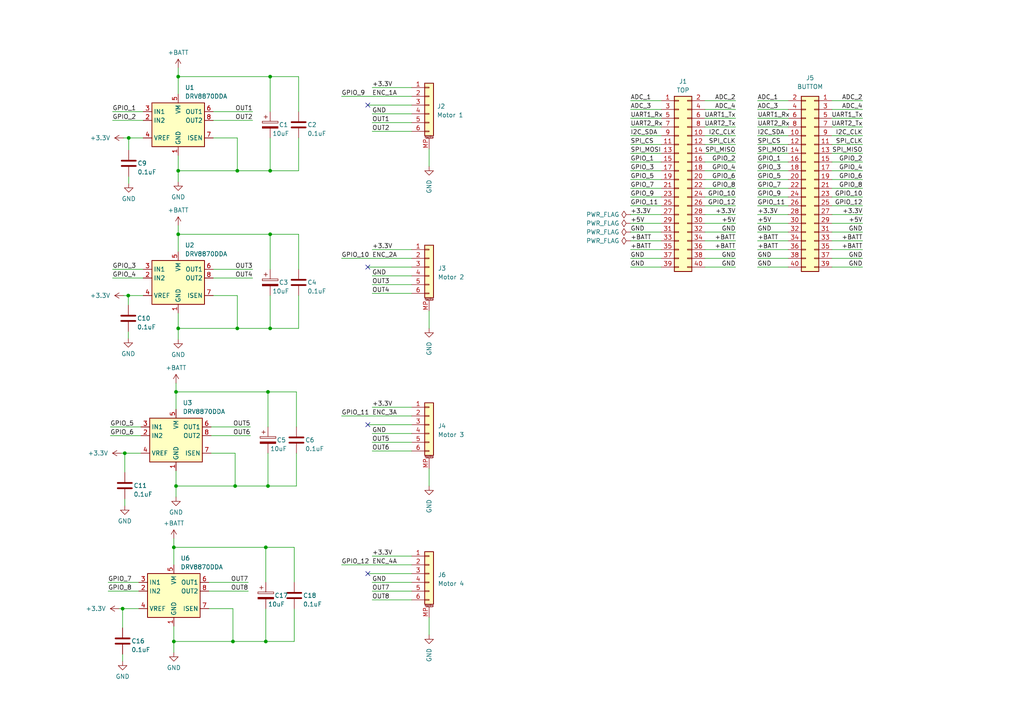
<source format=kicad_sch>
(kicad_sch (version 20230121) (generator eeschema)

  (uuid 988ee502-8596-4ebe-9b99-0eb76e7d156a)

  (paper "A4")

  (lib_symbols
    (symbol "Connector_Generic:Conn_02x20_Odd_Even" (pin_names (offset 1.016) hide) (in_bom yes) (on_board yes)
      (property "Reference" "J" (at 1.27 25.4 0)
        (effects (font (size 1.27 1.27)))
      )
      (property "Value" "Conn_02x20_Odd_Even" (at 1.27 -27.94 0)
        (effects (font (size 1.27 1.27)))
      )
      (property "Footprint" "" (at 0 0 0)
        (effects (font (size 1.27 1.27)) hide)
      )
      (property "Datasheet" "~" (at 0 0 0)
        (effects (font (size 1.27 1.27)) hide)
      )
      (property "ki_keywords" "connector" (at 0 0 0)
        (effects (font (size 1.27 1.27)) hide)
      )
      (property "ki_description" "Generic connector, double row, 02x20, odd/even pin numbering scheme (row 1 odd numbers, row 2 even numbers), script generated (kicad-library-utils/schlib/autogen/connector/)" (at 0 0 0)
        (effects (font (size 1.27 1.27)) hide)
      )
      (property "ki_fp_filters" "Connector*:*_2x??_*" (at 0 0 0)
        (effects (font (size 1.27 1.27)) hide)
      )
      (symbol "Conn_02x20_Odd_Even_1_1"
        (rectangle (start -1.27 -25.273) (end 0 -25.527)
          (stroke (width 0.1524) (type default))
          (fill (type none))
        )
        (rectangle (start -1.27 -22.733) (end 0 -22.987)
          (stroke (width 0.1524) (type default))
          (fill (type none))
        )
        (rectangle (start -1.27 -20.193) (end 0 -20.447)
          (stroke (width 0.1524) (type default))
          (fill (type none))
        )
        (rectangle (start -1.27 -17.653) (end 0 -17.907)
          (stroke (width 0.1524) (type default))
          (fill (type none))
        )
        (rectangle (start -1.27 -15.113) (end 0 -15.367)
          (stroke (width 0.1524) (type default))
          (fill (type none))
        )
        (rectangle (start -1.27 -12.573) (end 0 -12.827)
          (stroke (width 0.1524) (type default))
          (fill (type none))
        )
        (rectangle (start -1.27 -10.033) (end 0 -10.287)
          (stroke (width 0.1524) (type default))
          (fill (type none))
        )
        (rectangle (start -1.27 -7.493) (end 0 -7.747)
          (stroke (width 0.1524) (type default))
          (fill (type none))
        )
        (rectangle (start -1.27 -4.953) (end 0 -5.207)
          (stroke (width 0.1524) (type default))
          (fill (type none))
        )
        (rectangle (start -1.27 -2.413) (end 0 -2.667)
          (stroke (width 0.1524) (type default))
          (fill (type none))
        )
        (rectangle (start -1.27 0.127) (end 0 -0.127)
          (stroke (width 0.1524) (type default))
          (fill (type none))
        )
        (rectangle (start -1.27 2.667) (end 0 2.413)
          (stroke (width 0.1524) (type default))
          (fill (type none))
        )
        (rectangle (start -1.27 5.207) (end 0 4.953)
          (stroke (width 0.1524) (type default))
          (fill (type none))
        )
        (rectangle (start -1.27 7.747) (end 0 7.493)
          (stroke (width 0.1524) (type default))
          (fill (type none))
        )
        (rectangle (start -1.27 10.287) (end 0 10.033)
          (stroke (width 0.1524) (type default))
          (fill (type none))
        )
        (rectangle (start -1.27 12.827) (end 0 12.573)
          (stroke (width 0.1524) (type default))
          (fill (type none))
        )
        (rectangle (start -1.27 15.367) (end 0 15.113)
          (stroke (width 0.1524) (type default))
          (fill (type none))
        )
        (rectangle (start -1.27 17.907) (end 0 17.653)
          (stroke (width 0.1524) (type default))
          (fill (type none))
        )
        (rectangle (start -1.27 20.447) (end 0 20.193)
          (stroke (width 0.1524) (type default))
          (fill (type none))
        )
        (rectangle (start -1.27 22.987) (end 0 22.733)
          (stroke (width 0.1524) (type default))
          (fill (type none))
        )
        (rectangle (start -1.27 24.13) (end 3.81 -26.67)
          (stroke (width 0.254) (type default))
          (fill (type background))
        )
        (rectangle (start 3.81 -25.273) (end 2.54 -25.527)
          (stroke (width 0.1524) (type default))
          (fill (type none))
        )
        (rectangle (start 3.81 -22.733) (end 2.54 -22.987)
          (stroke (width 0.1524) (type default))
          (fill (type none))
        )
        (rectangle (start 3.81 -20.193) (end 2.54 -20.447)
          (stroke (width 0.1524) (type default))
          (fill (type none))
        )
        (rectangle (start 3.81 -17.653) (end 2.54 -17.907)
          (stroke (width 0.1524) (type default))
          (fill (type none))
        )
        (rectangle (start 3.81 -15.113) (end 2.54 -15.367)
          (stroke (width 0.1524) (type default))
          (fill (type none))
        )
        (rectangle (start 3.81 -12.573) (end 2.54 -12.827)
          (stroke (width 0.1524) (type default))
          (fill (type none))
        )
        (rectangle (start 3.81 -10.033) (end 2.54 -10.287)
          (stroke (width 0.1524) (type default))
          (fill (type none))
        )
        (rectangle (start 3.81 -7.493) (end 2.54 -7.747)
          (stroke (width 0.1524) (type default))
          (fill (type none))
        )
        (rectangle (start 3.81 -4.953) (end 2.54 -5.207)
          (stroke (width 0.1524) (type default))
          (fill (type none))
        )
        (rectangle (start 3.81 -2.413) (end 2.54 -2.667)
          (stroke (width 0.1524) (type default))
          (fill (type none))
        )
        (rectangle (start 3.81 0.127) (end 2.54 -0.127)
          (stroke (width 0.1524) (type default))
          (fill (type none))
        )
        (rectangle (start 3.81 2.667) (end 2.54 2.413)
          (stroke (width 0.1524) (type default))
          (fill (type none))
        )
        (rectangle (start 3.81 5.207) (end 2.54 4.953)
          (stroke (width 0.1524) (type default))
          (fill (type none))
        )
        (rectangle (start 3.81 7.747) (end 2.54 7.493)
          (stroke (width 0.1524) (type default))
          (fill (type none))
        )
        (rectangle (start 3.81 10.287) (end 2.54 10.033)
          (stroke (width 0.1524) (type default))
          (fill (type none))
        )
        (rectangle (start 3.81 12.827) (end 2.54 12.573)
          (stroke (width 0.1524) (type default))
          (fill (type none))
        )
        (rectangle (start 3.81 15.367) (end 2.54 15.113)
          (stroke (width 0.1524) (type default))
          (fill (type none))
        )
        (rectangle (start 3.81 17.907) (end 2.54 17.653)
          (stroke (width 0.1524) (type default))
          (fill (type none))
        )
        (rectangle (start 3.81 20.447) (end 2.54 20.193)
          (stroke (width 0.1524) (type default))
          (fill (type none))
        )
        (rectangle (start 3.81 22.987) (end 2.54 22.733)
          (stroke (width 0.1524) (type default))
          (fill (type none))
        )
        (pin passive line (at -5.08 22.86 0) (length 3.81)
          (name "Pin_1" (effects (font (size 1.27 1.27))))
          (number "1" (effects (font (size 1.27 1.27))))
        )
        (pin passive line (at 7.62 12.7 180) (length 3.81)
          (name "Pin_10" (effects (font (size 1.27 1.27))))
          (number "10" (effects (font (size 1.27 1.27))))
        )
        (pin passive line (at -5.08 10.16 0) (length 3.81)
          (name "Pin_11" (effects (font (size 1.27 1.27))))
          (number "11" (effects (font (size 1.27 1.27))))
        )
        (pin passive line (at 7.62 10.16 180) (length 3.81)
          (name "Pin_12" (effects (font (size 1.27 1.27))))
          (number "12" (effects (font (size 1.27 1.27))))
        )
        (pin passive line (at -5.08 7.62 0) (length 3.81)
          (name "Pin_13" (effects (font (size 1.27 1.27))))
          (number "13" (effects (font (size 1.27 1.27))))
        )
        (pin passive line (at 7.62 7.62 180) (length 3.81)
          (name "Pin_14" (effects (font (size 1.27 1.27))))
          (number "14" (effects (font (size 1.27 1.27))))
        )
        (pin passive line (at -5.08 5.08 0) (length 3.81)
          (name "Pin_15" (effects (font (size 1.27 1.27))))
          (number "15" (effects (font (size 1.27 1.27))))
        )
        (pin passive line (at 7.62 5.08 180) (length 3.81)
          (name "Pin_16" (effects (font (size 1.27 1.27))))
          (number "16" (effects (font (size 1.27 1.27))))
        )
        (pin passive line (at -5.08 2.54 0) (length 3.81)
          (name "Pin_17" (effects (font (size 1.27 1.27))))
          (number "17" (effects (font (size 1.27 1.27))))
        )
        (pin passive line (at 7.62 2.54 180) (length 3.81)
          (name "Pin_18" (effects (font (size 1.27 1.27))))
          (number "18" (effects (font (size 1.27 1.27))))
        )
        (pin passive line (at -5.08 0 0) (length 3.81)
          (name "Pin_19" (effects (font (size 1.27 1.27))))
          (number "19" (effects (font (size 1.27 1.27))))
        )
        (pin passive line (at 7.62 22.86 180) (length 3.81)
          (name "Pin_2" (effects (font (size 1.27 1.27))))
          (number "2" (effects (font (size 1.27 1.27))))
        )
        (pin passive line (at 7.62 0 180) (length 3.81)
          (name "Pin_20" (effects (font (size 1.27 1.27))))
          (number "20" (effects (font (size 1.27 1.27))))
        )
        (pin passive line (at -5.08 -2.54 0) (length 3.81)
          (name "Pin_21" (effects (font (size 1.27 1.27))))
          (number "21" (effects (font (size 1.27 1.27))))
        )
        (pin passive line (at 7.62 -2.54 180) (length 3.81)
          (name "Pin_22" (effects (font (size 1.27 1.27))))
          (number "22" (effects (font (size 1.27 1.27))))
        )
        (pin passive line (at -5.08 -5.08 0) (length 3.81)
          (name "Pin_23" (effects (font (size 1.27 1.27))))
          (number "23" (effects (font (size 1.27 1.27))))
        )
        (pin passive line (at 7.62 -5.08 180) (length 3.81)
          (name "Pin_24" (effects (font (size 1.27 1.27))))
          (number "24" (effects (font (size 1.27 1.27))))
        )
        (pin passive line (at -5.08 -7.62 0) (length 3.81)
          (name "Pin_25" (effects (font (size 1.27 1.27))))
          (number "25" (effects (font (size 1.27 1.27))))
        )
        (pin passive line (at 7.62 -7.62 180) (length 3.81)
          (name "Pin_26" (effects (font (size 1.27 1.27))))
          (number "26" (effects (font (size 1.27 1.27))))
        )
        (pin passive line (at -5.08 -10.16 0) (length 3.81)
          (name "Pin_27" (effects (font (size 1.27 1.27))))
          (number "27" (effects (font (size 1.27 1.27))))
        )
        (pin passive line (at 7.62 -10.16 180) (length 3.81)
          (name "Pin_28" (effects (font (size 1.27 1.27))))
          (number "28" (effects (font (size 1.27 1.27))))
        )
        (pin passive line (at -5.08 -12.7 0) (length 3.81)
          (name "Pin_29" (effects (font (size 1.27 1.27))))
          (number "29" (effects (font (size 1.27 1.27))))
        )
        (pin passive line (at -5.08 20.32 0) (length 3.81)
          (name "Pin_3" (effects (font (size 1.27 1.27))))
          (number "3" (effects (font (size 1.27 1.27))))
        )
        (pin passive line (at 7.62 -12.7 180) (length 3.81)
          (name "Pin_30" (effects (font (size 1.27 1.27))))
          (number "30" (effects (font (size 1.27 1.27))))
        )
        (pin passive line (at -5.08 -15.24 0) (length 3.81)
          (name "Pin_31" (effects (font (size 1.27 1.27))))
          (number "31" (effects (font (size 1.27 1.27))))
        )
        (pin passive line (at 7.62 -15.24 180) (length 3.81)
          (name "Pin_32" (effects (font (size 1.27 1.27))))
          (number "32" (effects (font (size 1.27 1.27))))
        )
        (pin passive line (at -5.08 -17.78 0) (length 3.81)
          (name "Pin_33" (effects (font (size 1.27 1.27))))
          (number "33" (effects (font (size 1.27 1.27))))
        )
        (pin passive line (at 7.62 -17.78 180) (length 3.81)
          (name "Pin_34" (effects (font (size 1.27 1.27))))
          (number "34" (effects (font (size 1.27 1.27))))
        )
        (pin passive line (at -5.08 -20.32 0) (length 3.81)
          (name "Pin_35" (effects (font (size 1.27 1.27))))
          (number "35" (effects (font (size 1.27 1.27))))
        )
        (pin passive line (at 7.62 -20.32 180) (length 3.81)
          (name "Pin_36" (effects (font (size 1.27 1.27))))
          (number "36" (effects (font (size 1.27 1.27))))
        )
        (pin passive line (at -5.08 -22.86 0) (length 3.81)
          (name "Pin_37" (effects (font (size 1.27 1.27))))
          (number "37" (effects (font (size 1.27 1.27))))
        )
        (pin passive line (at 7.62 -22.86 180) (length 3.81)
          (name "Pin_38" (effects (font (size 1.27 1.27))))
          (number "38" (effects (font (size 1.27 1.27))))
        )
        (pin passive line (at -5.08 -25.4 0) (length 3.81)
          (name "Pin_39" (effects (font (size 1.27 1.27))))
          (number "39" (effects (font (size 1.27 1.27))))
        )
        (pin passive line (at 7.62 20.32 180) (length 3.81)
          (name "Pin_4" (effects (font (size 1.27 1.27))))
          (number "4" (effects (font (size 1.27 1.27))))
        )
        (pin passive line (at 7.62 -25.4 180) (length 3.81)
          (name "Pin_40" (effects (font (size 1.27 1.27))))
          (number "40" (effects (font (size 1.27 1.27))))
        )
        (pin passive line (at -5.08 17.78 0) (length 3.81)
          (name "Pin_5" (effects (font (size 1.27 1.27))))
          (number "5" (effects (font (size 1.27 1.27))))
        )
        (pin passive line (at 7.62 17.78 180) (length 3.81)
          (name "Pin_6" (effects (font (size 1.27 1.27))))
          (number "6" (effects (font (size 1.27 1.27))))
        )
        (pin passive line (at -5.08 15.24 0) (length 3.81)
          (name "Pin_7" (effects (font (size 1.27 1.27))))
          (number "7" (effects (font (size 1.27 1.27))))
        )
        (pin passive line (at 7.62 15.24 180) (length 3.81)
          (name "Pin_8" (effects (font (size 1.27 1.27))))
          (number "8" (effects (font (size 1.27 1.27))))
        )
        (pin passive line (at -5.08 12.7 0) (length 3.81)
          (name "Pin_9" (effects (font (size 1.27 1.27))))
          (number "9" (effects (font (size 1.27 1.27))))
        )
      )
    )
    (symbol "Connector_Generic_MountingPin:Conn_01x06_MountingPin" (pin_names (offset 1.016) hide) (in_bom yes) (on_board yes)
      (property "Reference" "J" (at 0 7.62 0)
        (effects (font (size 1.27 1.27)))
      )
      (property "Value" "Conn_01x06_MountingPin" (at 1.27 -10.16 0)
        (effects (font (size 1.27 1.27)) (justify left))
      )
      (property "Footprint" "" (at 0 0 0)
        (effects (font (size 1.27 1.27)) hide)
      )
      (property "Datasheet" "~" (at 0 0 0)
        (effects (font (size 1.27 1.27)) hide)
      )
      (property "ki_keywords" "connector" (at 0 0 0)
        (effects (font (size 1.27 1.27)) hide)
      )
      (property "ki_description" "Generic connectable mounting pin connector, single row, 01x06, script generated (kicad-library-utils/schlib/autogen/connector/)" (at 0 0 0)
        (effects (font (size 1.27 1.27)) hide)
      )
      (property "ki_fp_filters" "Connector*:*_1x??-1MP*" (at 0 0 0)
        (effects (font (size 1.27 1.27)) hide)
      )
      (symbol "Conn_01x06_MountingPin_1_1"
        (rectangle (start -1.27 -7.493) (end 0 -7.747)
          (stroke (width 0.1524) (type default))
          (fill (type none))
        )
        (rectangle (start -1.27 -4.953) (end 0 -5.207)
          (stroke (width 0.1524) (type default))
          (fill (type none))
        )
        (rectangle (start -1.27 -2.413) (end 0 -2.667)
          (stroke (width 0.1524) (type default))
          (fill (type none))
        )
        (rectangle (start -1.27 0.127) (end 0 -0.127)
          (stroke (width 0.1524) (type default))
          (fill (type none))
        )
        (rectangle (start -1.27 2.667) (end 0 2.413)
          (stroke (width 0.1524) (type default))
          (fill (type none))
        )
        (rectangle (start -1.27 5.207) (end 0 4.953)
          (stroke (width 0.1524) (type default))
          (fill (type none))
        )
        (rectangle (start -1.27 6.35) (end 1.27 -8.89)
          (stroke (width 0.254) (type default))
          (fill (type background))
        )
        (polyline
          (pts
            (xy -1.016 -9.652)
            (xy 1.016 -9.652)
          )
          (stroke (width 0.1524) (type default))
          (fill (type none))
        )
        (text "Mounting" (at 0 -9.271 0)
          (effects (font (size 0.381 0.381)))
        )
        (pin passive line (at -5.08 5.08 0) (length 3.81)
          (name "Pin_1" (effects (font (size 1.27 1.27))))
          (number "1" (effects (font (size 1.27 1.27))))
        )
        (pin passive line (at -5.08 2.54 0) (length 3.81)
          (name "Pin_2" (effects (font (size 1.27 1.27))))
          (number "2" (effects (font (size 1.27 1.27))))
        )
        (pin passive line (at -5.08 0 0) (length 3.81)
          (name "Pin_3" (effects (font (size 1.27 1.27))))
          (number "3" (effects (font (size 1.27 1.27))))
        )
        (pin passive line (at -5.08 -2.54 0) (length 3.81)
          (name "Pin_4" (effects (font (size 1.27 1.27))))
          (number "4" (effects (font (size 1.27 1.27))))
        )
        (pin passive line (at -5.08 -5.08 0) (length 3.81)
          (name "Pin_5" (effects (font (size 1.27 1.27))))
          (number "5" (effects (font (size 1.27 1.27))))
        )
        (pin passive line (at -5.08 -7.62 0) (length 3.81)
          (name "Pin_6" (effects (font (size 1.27 1.27))))
          (number "6" (effects (font (size 1.27 1.27))))
        )
        (pin passive line (at 0 -12.7 90) (length 3.048)
          (name "MountPin" (effects (font (size 1.27 1.27))))
          (number "MP" (effects (font (size 1.27 1.27))))
        )
      )
    )
    (symbol "Device:C" (pin_numbers hide) (pin_names (offset 0.254)) (in_bom yes) (on_board yes)
      (property "Reference" "C" (at 0.635 2.54 0)
        (effects (font (size 1.27 1.27)) (justify left))
      )
      (property "Value" "C" (at 0.635 -2.54 0)
        (effects (font (size 1.27 1.27)) (justify left))
      )
      (property "Footprint" "" (at 0.9652 -3.81 0)
        (effects (font (size 1.27 1.27)) hide)
      )
      (property "Datasheet" "~" (at 0 0 0)
        (effects (font (size 1.27 1.27)) hide)
      )
      (property "ki_keywords" "cap capacitor" (at 0 0 0)
        (effects (font (size 1.27 1.27)) hide)
      )
      (property "ki_description" "Unpolarized capacitor" (at 0 0 0)
        (effects (font (size 1.27 1.27)) hide)
      )
      (property "ki_fp_filters" "C_*" (at 0 0 0)
        (effects (font (size 1.27 1.27)) hide)
      )
      (symbol "C_0_1"
        (polyline
          (pts
            (xy -2.032 -0.762)
            (xy 2.032 -0.762)
          )
          (stroke (width 0.508) (type default))
          (fill (type none))
        )
        (polyline
          (pts
            (xy -2.032 0.762)
            (xy 2.032 0.762)
          )
          (stroke (width 0.508) (type default))
          (fill (type none))
        )
      )
      (symbol "C_1_1"
        (pin passive line (at 0 3.81 270) (length 2.794)
          (name "~" (effects (font (size 1.27 1.27))))
          (number "1" (effects (font (size 1.27 1.27))))
        )
        (pin passive line (at 0 -3.81 90) (length 2.794)
          (name "~" (effects (font (size 1.27 1.27))))
          (number "2" (effects (font (size 1.27 1.27))))
        )
      )
    )
    (symbol "Device:C_Polarized" (pin_numbers hide) (pin_names (offset 0.254)) (in_bom yes) (on_board yes)
      (property "Reference" "C" (at 0.635 2.54 0)
        (effects (font (size 1.27 1.27)) (justify left))
      )
      (property "Value" "C_Polarized" (at 0.635 -2.54 0)
        (effects (font (size 1.27 1.27)) (justify left))
      )
      (property "Footprint" "" (at 0.9652 -3.81 0)
        (effects (font (size 1.27 1.27)) hide)
      )
      (property "Datasheet" "~" (at 0 0 0)
        (effects (font (size 1.27 1.27)) hide)
      )
      (property "ki_keywords" "cap capacitor" (at 0 0 0)
        (effects (font (size 1.27 1.27)) hide)
      )
      (property "ki_description" "Polarized capacitor" (at 0 0 0)
        (effects (font (size 1.27 1.27)) hide)
      )
      (property "ki_fp_filters" "CP_*" (at 0 0 0)
        (effects (font (size 1.27 1.27)) hide)
      )
      (symbol "C_Polarized_0_1"
        (rectangle (start -2.286 0.508) (end 2.286 1.016)
          (stroke (width 0) (type default))
          (fill (type none))
        )
        (polyline
          (pts
            (xy -1.778 2.286)
            (xy -0.762 2.286)
          )
          (stroke (width 0) (type default))
          (fill (type none))
        )
        (polyline
          (pts
            (xy -1.27 2.794)
            (xy -1.27 1.778)
          )
          (stroke (width 0) (type default))
          (fill (type none))
        )
        (rectangle (start 2.286 -0.508) (end -2.286 -1.016)
          (stroke (width 0) (type default))
          (fill (type outline))
        )
      )
      (symbol "C_Polarized_1_1"
        (pin passive line (at 0 3.81 270) (length 2.794)
          (name "~" (effects (font (size 1.27 1.27))))
          (number "1" (effects (font (size 1.27 1.27))))
        )
        (pin passive line (at 0 -3.81 90) (length 2.794)
          (name "~" (effects (font (size 1.27 1.27))))
          (number "2" (effects (font (size 1.27 1.27))))
        )
      )
    )
    (symbol "Driver_Motor:DRV8870DDA" (in_bom yes) (on_board yes)
      (property "Reference" "U" (at -6.35 6.35 0)
        (effects (font (size 1.27 1.27)))
      )
      (property "Value" "DRV8870DDA" (at 8.89 6.35 0)
        (effects (font (size 1.27 1.27)))
      )
      (property "Footprint" "Package_SO:Texas_HTSOP-8-1EP_3.9x4.9mm_P1.27mm_EP2.95x4.9mm_Mask2.4x3.1mm_ThermalVias" (at 2.54 -2.54 0)
        (effects (font (size 1.27 1.27)) hide)
      )
      (property "Datasheet" "http://www.ti.com/lit/ds/symlink/drv8870.pdf" (at -6.35 8.89 0)
        (effects (font (size 1.27 1.27)) hide)
      )
      (property "ki_keywords" "H-bridge driver motor current limit" (at 0 0 0)
        (effects (font (size 1.27 1.27)) hide)
      )
      (property "ki_description" "Brushed DC Motor Driver, PWM Control, 45V, 3.6A, Dynamic current limiting, HTSOP-8" (at 0 0 0)
        (effects (font (size 1.27 1.27)) hide)
      )
      (property "ki_fp_filters" "Texas*HTSOP*1EP*3.9x4.9mm*P1.27mm*EP2.95x4.9mm*Mask2.4x3.1mm*" (at 0 0 0)
        (effects (font (size 1.27 1.27)) hide)
      )
      (symbol "DRV8870DDA_0_1"
        (rectangle (start -7.62 5.08) (end 7.62 -7.62)
          (stroke (width 0.254) (type default))
          (fill (type background))
        )
      )
      (symbol "DRV8870DDA_1_1"
        (pin power_in line (at 0 -10.16 90) (length 2.54)
          (name "GND" (effects (font (size 1.27 1.27))))
          (number "1" (effects (font (size 1.27 1.27))))
        )
        (pin input line (at -10.16 0 0) (length 2.54)
          (name "IN2" (effects (font (size 1.27 1.27))))
          (number "2" (effects (font (size 1.27 1.27))))
        )
        (pin input line (at -10.16 2.54 0) (length 2.54)
          (name "IN1" (effects (font (size 1.27 1.27))))
          (number "3" (effects (font (size 1.27 1.27))))
        )
        (pin input line (at -10.16 -5.08 0) (length 2.54)
          (name "VREF" (effects (font (size 1.27 1.27))))
          (number "4" (effects (font (size 1.27 1.27))))
        )
        (pin power_in line (at 0 7.62 270) (length 2.54)
          (name "VM" (effects (font (size 1.27 1.27))))
          (number "5" (effects (font (size 1.27 1.27))))
        )
        (pin output line (at 10.16 2.54 180) (length 2.54)
          (name "OUT1" (effects (font (size 1.27 1.27))))
          (number "6" (effects (font (size 1.27 1.27))))
        )
        (pin passive line (at 10.16 -5.08 180) (length 2.54)
          (name "ISEN" (effects (font (size 1.27 1.27))))
          (number "7" (effects (font (size 1.27 1.27))))
        )
        (pin output line (at 10.16 0 180) (length 2.54)
          (name "OUT2" (effects (font (size 1.27 1.27))))
          (number "8" (effects (font (size 1.27 1.27))))
        )
        (pin passive line (at 0 -10.16 90) (length 2.54) hide
          (name "GND" (effects (font (size 1.27 1.27))))
          (number "9" (effects (font (size 1.27 1.27))))
        )
      )
    )
    (symbol "power:+3.3V" (power) (pin_names (offset 0)) (in_bom yes) (on_board yes)
      (property "Reference" "#PWR" (at 0 -3.81 0)
        (effects (font (size 1.27 1.27)) hide)
      )
      (property "Value" "+3.3V" (at 0 3.556 0)
        (effects (font (size 1.27 1.27)))
      )
      (property "Footprint" "" (at 0 0 0)
        (effects (font (size 1.27 1.27)) hide)
      )
      (property "Datasheet" "" (at 0 0 0)
        (effects (font (size 1.27 1.27)) hide)
      )
      (property "ki_keywords" "global power" (at 0 0 0)
        (effects (font (size 1.27 1.27)) hide)
      )
      (property "ki_description" "Power symbol creates a global label with name \"+3.3V\"" (at 0 0 0)
        (effects (font (size 1.27 1.27)) hide)
      )
      (symbol "+3.3V_0_1"
        (polyline
          (pts
            (xy -0.762 1.27)
            (xy 0 2.54)
          )
          (stroke (width 0) (type default))
          (fill (type none))
        )
        (polyline
          (pts
            (xy 0 0)
            (xy 0 2.54)
          )
          (stroke (width 0) (type default))
          (fill (type none))
        )
        (polyline
          (pts
            (xy 0 2.54)
            (xy 0.762 1.27)
          )
          (stroke (width 0) (type default))
          (fill (type none))
        )
      )
      (symbol "+3.3V_1_1"
        (pin power_in line (at 0 0 90) (length 0) hide
          (name "+3.3V" (effects (font (size 1.27 1.27))))
          (number "1" (effects (font (size 1.27 1.27))))
        )
      )
    )
    (symbol "power:+BATT" (power) (pin_names (offset 0)) (in_bom yes) (on_board yes)
      (property "Reference" "#PWR" (at 0 -3.81 0)
        (effects (font (size 1.27 1.27)) hide)
      )
      (property "Value" "+BATT" (at 0 3.556 0)
        (effects (font (size 1.27 1.27)))
      )
      (property "Footprint" "" (at 0 0 0)
        (effects (font (size 1.27 1.27)) hide)
      )
      (property "Datasheet" "" (at 0 0 0)
        (effects (font (size 1.27 1.27)) hide)
      )
      (property "ki_keywords" "global power battery" (at 0 0 0)
        (effects (font (size 1.27 1.27)) hide)
      )
      (property "ki_description" "Power symbol creates a global label with name \"+BATT\"" (at 0 0 0)
        (effects (font (size 1.27 1.27)) hide)
      )
      (symbol "+BATT_0_1"
        (polyline
          (pts
            (xy -0.762 1.27)
            (xy 0 2.54)
          )
          (stroke (width 0) (type default))
          (fill (type none))
        )
        (polyline
          (pts
            (xy 0 0)
            (xy 0 2.54)
          )
          (stroke (width 0) (type default))
          (fill (type none))
        )
        (polyline
          (pts
            (xy 0 2.54)
            (xy 0.762 1.27)
          )
          (stroke (width 0) (type default))
          (fill (type none))
        )
      )
      (symbol "+BATT_1_1"
        (pin power_in line (at 0 0 90) (length 0) hide
          (name "+BATT" (effects (font (size 1.27 1.27))))
          (number "1" (effects (font (size 1.27 1.27))))
        )
      )
    )
    (symbol "power:GND" (power) (pin_names (offset 0)) (in_bom yes) (on_board yes)
      (property "Reference" "#PWR" (at 0 -6.35 0)
        (effects (font (size 1.27 1.27)) hide)
      )
      (property "Value" "GND" (at 0 -3.81 0)
        (effects (font (size 1.27 1.27)))
      )
      (property "Footprint" "" (at 0 0 0)
        (effects (font (size 1.27 1.27)) hide)
      )
      (property "Datasheet" "" (at 0 0 0)
        (effects (font (size 1.27 1.27)) hide)
      )
      (property "ki_keywords" "global power" (at 0 0 0)
        (effects (font (size 1.27 1.27)) hide)
      )
      (property "ki_description" "Power symbol creates a global label with name \"GND\" , ground" (at 0 0 0)
        (effects (font (size 1.27 1.27)) hide)
      )
      (symbol "GND_0_1"
        (polyline
          (pts
            (xy 0 0)
            (xy 0 -1.27)
            (xy 1.27 -1.27)
            (xy 0 -2.54)
            (xy -1.27 -1.27)
            (xy 0 -1.27)
          )
          (stroke (width 0) (type default))
          (fill (type none))
        )
      )
      (symbol "GND_1_1"
        (pin power_in line (at 0 0 270) (length 0) hide
          (name "GND" (effects (font (size 1.27 1.27))))
          (number "1" (effects (font (size 1.27 1.27))))
        )
      )
    )
    (symbol "power:PWR_FLAG" (power) (pin_numbers hide) (pin_names (offset 0) hide) (in_bom yes) (on_board yes)
      (property "Reference" "#FLG" (at 0 1.905 0)
        (effects (font (size 1.27 1.27)) hide)
      )
      (property "Value" "PWR_FLAG" (at 0 3.81 0)
        (effects (font (size 1.27 1.27)))
      )
      (property "Footprint" "" (at 0 0 0)
        (effects (font (size 1.27 1.27)) hide)
      )
      (property "Datasheet" "~" (at 0 0 0)
        (effects (font (size 1.27 1.27)) hide)
      )
      (property "ki_keywords" "flag power" (at 0 0 0)
        (effects (font (size 1.27 1.27)) hide)
      )
      (property "ki_description" "Special symbol for telling ERC where power comes from" (at 0 0 0)
        (effects (font (size 1.27 1.27)) hide)
      )
      (symbol "PWR_FLAG_0_0"
        (pin power_out line (at 0 0 90) (length 0)
          (name "pwr" (effects (font (size 1.27 1.27))))
          (number "1" (effects (font (size 1.27 1.27))))
        )
      )
      (symbol "PWR_FLAG_0_1"
        (polyline
          (pts
            (xy 0 0)
            (xy 0 1.27)
            (xy -1.016 1.905)
            (xy 0 2.54)
            (xy 1.016 1.905)
            (xy 0 1.27)
          )
          (stroke (width 0) (type default))
          (fill (type none))
        )
      )
    )
  )

  (junction (at 78.359 67.945) (diameter 0) (color 0 0 0 0)
    (uuid 0325ac1d-a9f9-4fae-9900-ea2c08a6dc42)
  )
  (junction (at 67.564 186.055) (diameter 0) (color 0 0 0 0)
    (uuid 05a35116-c103-4cc4-8cd8-23eec7708a54)
  )
  (junction (at 77.724 140.97) (diameter 0) (color 0 0 0 0)
    (uuid 0cbe4ca2-fe57-4c41-9588-15d8eb777177)
  )
  (junction (at 50.419 186.055) (diameter 0) (color 0 0 0 0)
    (uuid 13992512-9bf0-4e77-b101-e76bf71f2630)
  )
  (junction (at 77.724 113.665) (diameter 0) (color 0 0 0 0)
    (uuid 157eafd9-eed0-4a4d-bb1a-bb4ffadf51f1)
  )
  (junction (at 51.054 113.665) (diameter 0) (color 0 0 0 0)
    (uuid 1f1dd94b-9c16-4bbb-8c25-f9b5eccd0944)
  )
  (junction (at 51.689 49.53) (diameter 0) (color 0 0 0 0)
    (uuid 23a11d58-cd7f-41e6-8680-f55e7468e271)
  )
  (junction (at 50.419 158.75) (diameter 0) (color 0 0 0 0)
    (uuid 28b014ea-e3ff-498d-830d-e6d5dbfbaa9d)
  )
  (junction (at 78.359 95.25) (diameter 0) (color 0 0 0 0)
    (uuid 2951afd9-af3f-486e-bf0d-899119b9b773)
  )
  (junction (at 37.211 85.725) (diameter 0) (color 0 0 0 0)
    (uuid 314f12ea-c292-4245-89e2-5d5fba5208f8)
  )
  (junction (at 68.834 95.25) (diameter 0) (color 0 0 0 0)
    (uuid 387a66ce-9937-4bfa-b026-3139d17ca290)
  )
  (junction (at 78.359 49.53) (diameter 0) (color 0 0 0 0)
    (uuid 3f6dc3f1-a4cc-4bf3-ba71-8274bf647c6e)
  )
  (junction (at 77.089 186.055) (diameter 0) (color 0 0 0 0)
    (uuid 41156ef3-1be6-463b-8541-c9526648a191)
  )
  (junction (at 37.338 40.005) (diameter 0) (color 0 0 0 0)
    (uuid 681ee316-b166-485d-9b86-f78192fb8a0f)
  )
  (junction (at 35.56 176.53) (diameter 0) (color 0 0 0 0)
    (uuid 6839b4c6-394d-434e-9b3c-6c387afe01b6)
  )
  (junction (at 68.834 49.53) (diameter 0) (color 0 0 0 0)
    (uuid 72f3de80-30d7-49c2-b251-7de815fb9e1e)
  )
  (junction (at 78.359 22.225) (diameter 0) (color 0 0 0 0)
    (uuid 9e544bbc-8c73-4802-bf5d-77361513e214)
  )
  (junction (at 68.199 140.97) (diameter 0) (color 0 0 0 0)
    (uuid cb4aa6c9-ec48-4fa5-a77d-37a438b46421)
  )
  (junction (at 51.689 95.25) (diameter 0) (color 0 0 0 0)
    (uuid e0bff34f-f74e-479d-9c8f-934f23b7ad79)
  )
  (junction (at 77.089 158.75) (diameter 0) (color 0 0 0 0)
    (uuid efdbb8ce-3e70-4785-a412-049eed6debe0)
  )
  (junction (at 51.689 22.225) (diameter 0) (color 0 0 0 0)
    (uuid f0e40c7c-118b-461b-96dc-34989136b469)
  )
  (junction (at 36.195 131.445) (diameter 0) (color 0 0 0 0)
    (uuid f3fb10a7-ac22-4d79-a7ad-a29cabb57ba3)
  )
  (junction (at 51.054 140.97) (diameter 0) (color 0 0 0 0)
    (uuid f5a1ec10-8c9d-4566-890f-0db904e061d6)
  )
  (junction (at 51.689 67.945) (diameter 0) (color 0 0 0 0)
    (uuid f9e59bc7-29c6-48af-9fff-f9335ecba33b)
  )

  (no_connect (at 106.68 166.37) (uuid 20938087-7f82-4195-bb16-aea07f2af49a))
  (no_connect (at 106.68 123.19) (uuid 240d069b-8bf3-4c70-90cc-70b9634334f1))
  (no_connect (at 106.68 30.48) (uuid 6502c9fc-8f3b-49e8-9658-4ad5f8b0c9af))
  (no_connect (at 106.68 77.47) (uuid a4585c1a-eb98-4aed-934c-1ea06af385b9))

  (wire (pts (xy 32.639 34.925) (xy 41.529 34.925))
    (stroke (width 0) (type default))
    (uuid 00b18ea7-b8b9-4681-8cd6-89eac6ec27a5)
  )
  (wire (pts (xy 32.004 123.825) (xy 40.894 123.825))
    (stroke (width 0) (type default))
    (uuid 012fc358-aa7e-43e5-bc97-309dcd32a140)
  )
  (wire (pts (xy 37.211 85.725) (xy 37.211 88.519))
    (stroke (width 0) (type default))
    (uuid 019c0040-7ac2-4a4b-89ab-2c0392dde663)
  )
  (wire (pts (xy 32.639 32.385) (xy 41.529 32.385))
    (stroke (width 0) (type default))
    (uuid 0280fe63-14ea-4acb-a5fb-d23e23b0f2b4)
  )
  (wire (pts (xy 213.36 77.47) (xy 204.47 77.47))
    (stroke (width 0) (type default))
    (uuid 03e33691-f5b4-4c14-a14d-90da9762c615)
  )
  (wire (pts (xy 35.56 176.53) (xy 40.259 176.53))
    (stroke (width 0) (type default))
    (uuid 04ead924-718b-4c7e-8c39-cf560a9383ce)
  )
  (wire (pts (xy 51.689 49.53) (xy 51.689 52.705))
    (stroke (width 0) (type default))
    (uuid 05ef2c4d-85c6-49ea-8bfa-5a4e82c5eb07)
  )
  (wire (pts (xy 31.369 171.45) (xy 40.259 171.45))
    (stroke (width 0) (type default))
    (uuid 062d5669-a76d-4c35-89af-be067308f702)
  )
  (wire (pts (xy 182.88 77.47) (xy 191.77 77.47))
    (stroke (width 0) (type default))
    (uuid 070de00e-187a-425e-8c66-06dd442f7818)
  )
  (wire (pts (xy 50.419 156.21) (xy 50.419 158.75))
    (stroke (width 0) (type default))
    (uuid 077c297e-4fd5-482c-8f76-1154fd4ac221)
  )
  (wire (pts (xy 77.089 176.53) (xy 77.089 186.055))
    (stroke (width 0) (type default))
    (uuid 08c896f0-6355-4597-95ae-ad1b5963aae4)
  )
  (wire (pts (xy 35.179 131.445) (xy 36.195 131.445))
    (stroke (width 0) (type default))
    (uuid 09e4a0d1-b152-460e-ad70-12e252c78021)
  )
  (wire (pts (xy 78.359 40.005) (xy 78.359 49.53))
    (stroke (width 0) (type default))
    (uuid 0b15f067-7469-40a2-aa8c-05ab3ad3290f)
  )
  (wire (pts (xy 36.195 131.445) (xy 40.894 131.445))
    (stroke (width 0) (type default))
    (uuid 0cc93293-fbc8-4692-afd2-4ceaab41f5b7)
  )
  (wire (pts (xy 37.211 85.725) (xy 41.529 85.725))
    (stroke (width 0) (type default))
    (uuid 0de72304-b5a5-4a41-b761-d21e340666fd)
  )
  (wire (pts (xy 182.88 54.61) (xy 191.77 54.61))
    (stroke (width 0) (type default))
    (uuid 0efdb447-47d3-49ee-82fc-b775dbe26a75)
  )
  (wire (pts (xy 77.089 158.75) (xy 85.344 158.75))
    (stroke (width 0) (type default))
    (uuid 10a34056-46d7-49c2-808f-f90dece4569d)
  )
  (wire (pts (xy 219.71 59.69) (xy 228.6 59.69))
    (stroke (width 0) (type default))
    (uuid 1166dab9-98f9-437d-a55c-bb46e761f47a)
  )
  (wire (pts (xy 51.689 19.685) (xy 51.689 22.225))
    (stroke (width 0) (type default))
    (uuid 1199b921-2695-406d-adda-7bab96558082)
  )
  (wire (pts (xy 107.95 128.27) (xy 119.38 128.27))
    (stroke (width 0) (type default))
    (uuid 11c8a7c0-1538-46a7-8c93-a87abbd072d3)
  )
  (wire (pts (xy 107.95 80.01) (xy 119.38 80.01))
    (stroke (width 0) (type default))
    (uuid 173339a7-4808-4b2a-8b39-0d39e42342c3)
  )
  (wire (pts (xy 107.95 161.29) (xy 119.38 161.29))
    (stroke (width 0) (type default))
    (uuid 199d20fe-8ef3-487f-ab70-f581291c7196)
  )
  (wire (pts (xy 219.71 67.31) (xy 228.6 67.31))
    (stroke (width 0) (type default))
    (uuid 19e69c0e-1f5e-460d-bf97-9efbd9efdf4a)
  )
  (wire (pts (xy 182.88 74.93) (xy 191.77 74.93))
    (stroke (width 0) (type default))
    (uuid 1aead62a-3f0e-46e3-a190-16dde5747372)
  )
  (wire (pts (xy 61.849 40.005) (xy 68.834 40.005))
    (stroke (width 0) (type default))
    (uuid 1bd822b4-30dd-4a08-9b92-77f5886f1fc7)
  )
  (wire (pts (xy 250.19 59.69) (xy 241.3 59.69))
    (stroke (width 0) (type default))
    (uuid 1cdd4b03-e71b-4a3a-88c1-29d68d6b6e95)
  )
  (wire (pts (xy 35.56 182.118) (xy 35.56 176.53))
    (stroke (width 0) (type default))
    (uuid 1ef2cdbd-a700-4941-a8ef-5f0c49ba9d06)
  )
  (wire (pts (xy 250.19 39.37) (xy 241.3 39.37))
    (stroke (width 0) (type default))
    (uuid 20d076a9-78e5-43ef-a2c1-34a4d877f64a)
  )
  (wire (pts (xy 213.36 62.23) (xy 204.47 62.23))
    (stroke (width 0) (type default))
    (uuid 217dd1c2-5123-439f-b12d-485b57d92853)
  )
  (wire (pts (xy 182.88 62.23) (xy 191.77 62.23))
    (stroke (width 0) (type default))
    (uuid 21db4ace-143b-4609-904f-e426cc878503)
  )
  (wire (pts (xy 99.06 120.65) (xy 119.38 120.65))
    (stroke (width 0) (type default))
    (uuid 21dec659-57f7-45e8-b37f-9581d255f0a9)
  )
  (wire (pts (xy 250.19 41.91) (xy 241.3 41.91))
    (stroke (width 0) (type default))
    (uuid 2285c037-b08f-463d-9b5b-83e728239f5f)
  )
  (wire (pts (xy 77.724 140.97) (xy 85.979 140.97))
    (stroke (width 0) (type default))
    (uuid 22a95264-618f-4649-ba3d-8acd92002502)
  )
  (wire (pts (xy 51.054 140.97) (xy 51.054 136.525))
    (stroke (width 0) (type default))
    (uuid 23cd44d7-ca9e-4039-b952-2808f702a331)
  )
  (wire (pts (xy 250.19 67.31) (xy 241.3 67.31))
    (stroke (width 0) (type default))
    (uuid 26ec3714-6983-4f3c-9651-54556797c65d)
  )
  (wire (pts (xy 78.359 85.725) (xy 78.359 95.25))
    (stroke (width 0) (type default))
    (uuid 27c80798-c575-4d06-a59e-36b0db418151)
  )
  (wire (pts (xy 61.849 80.645) (xy 73.279 80.645))
    (stroke (width 0) (type default))
    (uuid 28e81638-b33a-42e8-8d20-f3fe580bb85c)
  )
  (wire (pts (xy 107.95 33.02) (xy 119.38 33.02))
    (stroke (width 0) (type default))
    (uuid 29445769-13d5-456a-8dfd-124328a59fb2)
  )
  (wire (pts (xy 68.199 140.97) (xy 51.054 140.97))
    (stroke (width 0) (type default))
    (uuid 29a107d0-f0b8-459b-86be-f4a78382e892)
  )
  (wire (pts (xy 85.979 113.665) (xy 85.979 123.825))
    (stroke (width 0) (type default))
    (uuid 29abd2bf-2bf0-4aab-a155-0b68120db155)
  )
  (wire (pts (xy 219.71 41.91) (xy 228.6 41.91))
    (stroke (width 0) (type default))
    (uuid 2a8762fe-e183-47a5-bcf2-0c24097c6409)
  )
  (wire (pts (xy 250.19 74.93) (xy 241.3 74.93))
    (stroke (width 0) (type default))
    (uuid 2c2bd4c4-7595-47e8-9c60-d93e6b3776bb)
  )
  (wire (pts (xy 213.36 31.75) (xy 204.47 31.75))
    (stroke (width 0) (type default))
    (uuid 2ce928fc-0c91-4f81-a5c1-8d92f5d2676f)
  )
  (wire (pts (xy 213.36 46.99) (xy 204.47 46.99))
    (stroke (width 0) (type default))
    (uuid 2e7ce2e1-3e32-4b81-9f1e-eab6a24e768e)
  )
  (wire (pts (xy 219.71 36.83) (xy 228.6 36.83))
    (stroke (width 0) (type default))
    (uuid 2e974f60-67e5-4ddb-bc79-5b9f6ce83fe2)
  )
  (wire (pts (xy 250.19 36.83) (xy 241.3 36.83))
    (stroke (width 0) (type default))
    (uuid 31dfe4b4-97d9-4273-a096-9c562be92175)
  )
  (wire (pts (xy 250.19 46.99) (xy 241.3 46.99))
    (stroke (width 0) (type default))
    (uuid 3230b2f1-4160-4ff2-bb52-dda1e5185b75)
  )
  (wire (pts (xy 51.054 113.665) (xy 77.724 113.665))
    (stroke (width 0) (type default))
    (uuid 36b005e8-0d56-4119-b3bf-3a6ca11bfc90)
  )
  (wire (pts (xy 219.71 31.75) (xy 228.6 31.75))
    (stroke (width 0) (type default))
    (uuid 36b71172-7970-45b3-b8fc-05e9c6809696)
  )
  (wire (pts (xy 107.95 125.73) (xy 119.38 125.73))
    (stroke (width 0) (type default))
    (uuid 3a0dcc98-c9ff-4db9-8413-1ee842cc524e)
  )
  (wire (pts (xy 219.71 62.23) (xy 228.6 62.23))
    (stroke (width 0) (type default))
    (uuid 3b532f57-1657-422d-add0-122c6209a300)
  )
  (wire (pts (xy 213.36 69.85) (xy 204.47 69.85))
    (stroke (width 0) (type default))
    (uuid 3fb6f817-28a9-4ef1-af10-c83df9a5b1a4)
  )
  (wire (pts (xy 107.95 25.4) (xy 119.38 25.4))
    (stroke (width 0) (type default))
    (uuid 41f2cf0f-a31e-4fce-bd01-f1f003cbb95e)
  )
  (wire (pts (xy 107.95 171.45) (xy 119.38 171.45))
    (stroke (width 0) (type default))
    (uuid 42226194-6df5-464f-a73c-20a0ebbbd45e)
  )
  (wire (pts (xy 250.19 64.77) (xy 241.3 64.77))
    (stroke (width 0) (type default))
    (uuid 4231965a-6dfb-44ee-bb6e-4ba789391d3a)
  )
  (wire (pts (xy 219.71 77.47) (xy 228.6 77.47))
    (stroke (width 0) (type default))
    (uuid 42d7ffbe-f7b0-4403-af2c-50596eb710d2)
  )
  (wire (pts (xy 219.71 64.77) (xy 228.6 64.77))
    (stroke (width 0) (type default))
    (uuid 45f6ea79-c067-41ee-872a-b37ba4580140)
  )
  (wire (pts (xy 32.639 78.105) (xy 41.529 78.105))
    (stroke (width 0) (type default))
    (uuid 4680fe9c-b42c-4e1c-a017-d4014011fe99)
  )
  (wire (pts (xy 213.36 39.37) (xy 204.47 39.37))
    (stroke (width 0) (type default))
    (uuid 49043083-7e8a-4510-9137-43a9777a7a88)
  )
  (wire (pts (xy 60.579 168.91) (xy 72.009 168.91))
    (stroke (width 0) (type default))
    (uuid 4936fbf8-a0a1-4b74-8b82-1fa8aaec1cf9)
  )
  (wire (pts (xy 219.71 29.21) (xy 228.6 29.21))
    (stroke (width 0) (type default))
    (uuid 4dbf96d7-b067-4dc2-8735-cb04b4d0c8dc)
  )
  (wire (pts (xy 37.338 40.005) (xy 41.529 40.005))
    (stroke (width 0) (type default))
    (uuid 54bcc053-776b-42af-ab77-bf0cfcf10b4d)
  )
  (wire (pts (xy 182.88 44.45) (xy 191.77 44.45))
    (stroke (width 0) (type default))
    (uuid 55f663b6-61cc-4553-adca-b6dc8764b875)
  )
  (wire (pts (xy 213.36 36.83) (xy 204.47 36.83))
    (stroke (width 0) (type default))
    (uuid 5890d527-6357-4825-b7fe-c3df0c986a45)
  )
  (wire (pts (xy 182.88 36.83) (xy 191.77 36.83))
    (stroke (width 0) (type default))
    (uuid 5a0e45de-cd5c-4a1e-812d-f382baa3692a)
  )
  (wire (pts (xy 219.71 72.39) (xy 228.6 72.39))
    (stroke (width 0) (type default))
    (uuid 5aa9b552-bef4-4d91-8454-5ed4691bf275)
  )
  (wire (pts (xy 51.689 95.25) (xy 51.689 98.425))
    (stroke (width 0) (type default))
    (uuid 5af923f5-fdbc-49dc-a4ea-9238e8bc3874)
  )
  (wire (pts (xy 51.689 67.945) (xy 78.359 67.945))
    (stroke (width 0) (type default))
    (uuid 5e0ce378-c8f1-4ec9-8344-1d3804fd4522)
  )
  (wire (pts (xy 107.95 168.91) (xy 119.38 168.91))
    (stroke (width 0) (type default))
    (uuid 617caf75-25ef-40af-8254-7d3d67ce3a0e)
  )
  (wire (pts (xy 86.614 67.945) (xy 86.614 78.105))
    (stroke (width 0) (type default))
    (uuid 61b08f67-fe86-4df7-ae04-bc6937f96203)
  )
  (wire (pts (xy 107.95 173.99) (xy 119.38 173.99))
    (stroke (width 0) (type default))
    (uuid 624c48be-2e28-460d-be98-075fafa958f9)
  )
  (wire (pts (xy 36.195 137.033) (xy 36.195 131.445))
    (stroke (width 0) (type default))
    (uuid 62584139-631a-439a-9f82-015a9f3caf15)
  )
  (wire (pts (xy 60.579 171.45) (xy 72.009 171.45))
    (stroke (width 0) (type default))
    (uuid 6320849e-e15e-4963-a1a2-d6c323e999b7)
  )
  (wire (pts (xy 61.849 34.925) (xy 73.279 34.925))
    (stroke (width 0) (type default))
    (uuid 6419b852-3a73-47e4-9e79-26a028ae7934)
  )
  (wire (pts (xy 51.054 140.97) (xy 51.054 144.145))
    (stroke (width 0) (type default))
    (uuid 6524a466-0c77-49ab-a78f-75901d3cd98d)
  )
  (wire (pts (xy 219.71 69.85) (xy 228.6 69.85))
    (stroke (width 0) (type default))
    (uuid 69a8f3b9-9115-4444-90c4-420aefa14214)
  )
  (wire (pts (xy 68.834 95.25) (xy 78.359 95.25))
    (stroke (width 0) (type default))
    (uuid 69d20dfb-3026-4982-80cb-d255d50cf48a)
  )
  (wire (pts (xy 182.88 41.91) (xy 191.77 41.91))
    (stroke (width 0) (type default))
    (uuid 6d177b24-938a-4b44-a5f0-d03274cecdbb)
  )
  (wire (pts (xy 32.004 126.365) (xy 40.894 126.365))
    (stroke (width 0) (type default))
    (uuid 6d960d6d-5621-4047-be48-09a662c4c7ed)
  )
  (wire (pts (xy 67.564 186.055) (xy 77.089 186.055))
    (stroke (width 0) (type default))
    (uuid 6e793128-58ce-46dc-9111-57ce1e3d341f)
  )
  (wire (pts (xy 50.419 158.75) (xy 77.089 158.75))
    (stroke (width 0) (type default))
    (uuid 6eb402e1-a6fe-4488-81ae-f149bf766617)
  )
  (wire (pts (xy 77.724 131.445) (xy 77.724 140.97))
    (stroke (width 0) (type default))
    (uuid 6ec65d07-de4e-4962-8fbc-bdc178b6f615)
  )
  (wire (pts (xy 219.71 44.45) (xy 228.6 44.45))
    (stroke (width 0) (type default))
    (uuid 6f8242fb-7927-46c2-bb1d-f1df6f4502a4)
  )
  (wire (pts (xy 78.359 22.225) (xy 86.614 22.225))
    (stroke (width 0) (type default))
    (uuid 700b2165-112b-4207-9fab-c662b38692e5)
  )
  (wire (pts (xy 85.344 176.53) (xy 85.344 186.055))
    (stroke (width 0) (type default))
    (uuid 712ce8d6-03b0-4d01-a7a7-9160c08232e1)
  )
  (wire (pts (xy 213.36 54.61) (xy 204.47 54.61))
    (stroke (width 0) (type default))
    (uuid 71bdd82b-e983-47b6-9a97-661a13dfab6d)
  )
  (wire (pts (xy 99.06 27.94) (xy 119.38 27.94))
    (stroke (width 0) (type default))
    (uuid 747b7510-ce17-47b8-8dad-6ab103f5c2e1)
  )
  (wire (pts (xy 107.95 82.55) (xy 119.38 82.55))
    (stroke (width 0) (type default))
    (uuid 75e5d0f2-e73c-4681-94af-b81d2256e788)
  )
  (wire (pts (xy 107.95 38.1) (xy 119.38 38.1))
    (stroke (width 0) (type default))
    (uuid 785f194f-3614-425a-8961-5f7b1cbf6fa8)
  )
  (wire (pts (xy 182.88 64.77) (xy 191.77 64.77))
    (stroke (width 0) (type default))
    (uuid 7894701d-251f-4dc4-8f33-86d083190b43)
  )
  (wire (pts (xy 182.88 72.39) (xy 191.77 72.39))
    (stroke (width 0) (type default))
    (uuid 79b9da84-f788-492c-b41e-2ec73c5a09bb)
  )
  (wire (pts (xy 51.689 67.945) (xy 51.689 73.025))
    (stroke (width 0) (type default))
    (uuid 7a95826a-91d2-4c80-a816-df8a2414a1f3)
  )
  (wire (pts (xy 213.36 59.69) (xy 204.47 59.69))
    (stroke (width 0) (type default))
    (uuid 7cecf0b2-5c4b-4a1e-842c-32b5974bfb0d)
  )
  (wire (pts (xy 50.419 158.75) (xy 50.419 163.83))
    (stroke (width 0) (type default))
    (uuid 7e24c2be-5cee-493b-866d-bba4443ad692)
  )
  (wire (pts (xy 107.95 85.09) (xy 119.38 85.09))
    (stroke (width 0) (type default))
    (uuid 7e4a4fbe-1b38-4b15-85bd-5364e1170c53)
  )
  (wire (pts (xy 77.724 113.665) (xy 77.724 123.825))
    (stroke (width 0) (type default))
    (uuid 82381199-d56f-4dc0-b023-06017fd26517)
  )
  (wire (pts (xy 85.344 158.75) (xy 85.344 168.91))
    (stroke (width 0) (type default))
    (uuid 82f2b923-e525-43d8-8989-f9bac37ba8fe)
  )
  (wire (pts (xy 61.849 78.105) (xy 73.279 78.105))
    (stroke (width 0) (type default))
    (uuid 8513f538-f798-4759-9ec3-cc43390f2f52)
  )
  (wire (pts (xy 219.71 54.61) (xy 228.6 54.61))
    (stroke (width 0) (type default))
    (uuid 8519d593-5dea-4709-8b55-35537cbefc7a)
  )
  (wire (pts (xy 219.71 74.93) (xy 228.6 74.93))
    (stroke (width 0) (type default))
    (uuid 87467021-3884-4457-9d33-05b0571f2b09)
  )
  (wire (pts (xy 182.88 46.99) (xy 191.77 46.99))
    (stroke (width 0) (type default))
    (uuid 8831379f-7842-49cc-b0e2-89f7bc608771)
  )
  (wire (pts (xy 213.36 49.53) (xy 204.47 49.53))
    (stroke (width 0) (type default))
    (uuid 8b43e045-5f3e-4496-8b7b-86e05b1c6862)
  )
  (wire (pts (xy 124.46 90.17) (xy 124.46 95.25))
    (stroke (width 0) (type default))
    (uuid 8e193a9c-fadf-4251-afc1-55fdf18ec442)
  )
  (wire (pts (xy 107.95 118.11) (xy 119.38 118.11))
    (stroke (width 0) (type default))
    (uuid 8fc7ed2e-7a25-4564-ab76-a800d4e78d77)
  )
  (wire (pts (xy 182.88 57.15) (xy 191.77 57.15))
    (stroke (width 0) (type default))
    (uuid 90d1e99f-b9a0-43bb-b312-da9e3e7d2b2d)
  )
  (wire (pts (xy 51.054 113.665) (xy 51.054 118.745))
    (stroke (width 0) (type default))
    (uuid 93be3c82-dbca-4f7f-b859-7d92adbafca6)
  )
  (wire (pts (xy 250.19 49.53) (xy 241.3 49.53))
    (stroke (width 0) (type default))
    (uuid 94ea58a0-44e4-42de-a367-ae8949d947e7)
  )
  (wire (pts (xy 86.614 85.725) (xy 86.614 95.25))
    (stroke (width 0) (type default))
    (uuid 94eb1b1f-a59a-4655-8fd5-18cd43794703)
  )
  (wire (pts (xy 86.614 22.225) (xy 86.614 32.385))
    (stroke (width 0) (type default))
    (uuid 953a1c38-2ca4-4360-b4a0-4f9d79bfbf0c)
  )
  (wire (pts (xy 250.19 69.85) (xy 241.3 69.85))
    (stroke (width 0) (type default))
    (uuid 959a9c68-ef1c-4db3-a8cd-164cef5d48e9)
  )
  (wire (pts (xy 219.71 39.37) (xy 228.6 39.37))
    (stroke (width 0) (type default))
    (uuid 96488570-b408-4083-8e9d-a2a36336b559)
  )
  (wire (pts (xy 250.19 52.07) (xy 241.3 52.07))
    (stroke (width 0) (type default))
    (uuid 9678aeba-5bba-41f5-bfb1-c3a62ac494fd)
  )
  (wire (pts (xy 61.214 123.825) (xy 72.644 123.825))
    (stroke (width 0) (type default))
    (uuid 98557983-f787-4ca8-8455-388f7896c379)
  )
  (wire (pts (xy 78.359 22.225) (xy 78.359 32.385))
    (stroke (width 0) (type default))
    (uuid 9913ba47-fb37-4fb9-b7e9-80921de74efe)
  )
  (wire (pts (xy 35.814 40.005) (xy 37.338 40.005))
    (stroke (width 0) (type default))
    (uuid 99393c96-9846-4af8-9607-8c3b3e394922)
  )
  (wire (pts (xy 78.359 67.945) (xy 86.614 67.945))
    (stroke (width 0) (type default))
    (uuid 995270e4-344c-4e22-a3b3-229add118260)
  )
  (wire (pts (xy 35.814 85.725) (xy 37.211 85.725))
    (stroke (width 0) (type default))
    (uuid 998ffaa4-b776-4da6-af66-7655d4fd9f4d)
  )
  (wire (pts (xy 213.36 57.15) (xy 204.47 57.15))
    (stroke (width 0) (type default))
    (uuid 99a374c5-658f-41b3-9844-05020ec297f6)
  )
  (wire (pts (xy 182.88 29.21) (xy 191.77 29.21))
    (stroke (width 0) (type default))
    (uuid 99bd0943-9eec-421d-960a-9ca690c6aac5)
  )
  (wire (pts (xy 67.564 176.53) (xy 67.564 186.055))
    (stroke (width 0) (type default))
    (uuid 9d21afb0-ee9a-4edb-a4b5-6b599e6becba)
  )
  (wire (pts (xy 213.36 29.21) (xy 204.47 29.21))
    (stroke (width 0) (type default))
    (uuid 9eddf29a-e70b-47d4-aed0-f72c1889f123)
  )
  (wire (pts (xy 34.544 176.53) (xy 35.56 176.53))
    (stroke (width 0) (type default))
    (uuid a01fef13-f528-4f50-8377-79dad38b9cfe)
  )
  (wire (pts (xy 213.36 72.39) (xy 204.47 72.39))
    (stroke (width 0) (type default))
    (uuid a0eca56c-9930-4ea3-b120-5b6116ccdc6e)
  )
  (wire (pts (xy 106.68 166.37) (xy 119.38 166.37))
    (stroke (width 0) (type default))
    (uuid a275af5d-3c2c-4761-9819-ae4ebbb6a903)
  )
  (wire (pts (xy 37.211 96.139) (xy 37.211 98.171))
    (stroke (width 0) (type default))
    (uuid a363819f-49ee-4cee-8a2d-6ac956a2a7ee)
  )
  (wire (pts (xy 36.195 144.653) (xy 36.195 146.685))
    (stroke (width 0) (type default))
    (uuid a6e6b3fa-94a7-4ee5-975b-f44ffc9575d5)
  )
  (wire (pts (xy 213.36 44.45) (xy 204.47 44.45))
    (stroke (width 0) (type default))
    (uuid a759ba8b-55d3-4eab-8766-6e820fc287cb)
  )
  (wire (pts (xy 50.419 186.055) (xy 50.419 181.61))
    (stroke (width 0) (type default))
    (uuid ab459d92-dd68-4828-8b3c-8e0d4b9065be)
  )
  (wire (pts (xy 182.88 69.85) (xy 191.77 69.85))
    (stroke (width 0) (type default))
    (uuid ab88844f-b29a-42dc-979e-53193b652b01)
  )
  (wire (pts (xy 219.71 34.29) (xy 228.6 34.29))
    (stroke (width 0) (type default))
    (uuid aba28457-c4ef-45a9-964e-a4e5d200a767)
  )
  (wire (pts (xy 51.689 95.25) (xy 51.689 90.805))
    (stroke (width 0) (type default))
    (uuid ad1c4679-02ea-4822-a4db-8f0208dd2bf1)
  )
  (wire (pts (xy 77.089 158.75) (xy 77.089 168.91))
    (stroke (width 0) (type default))
    (uuid ad245829-3183-403e-9e38-3308a50e757d)
  )
  (wire (pts (xy 250.19 44.45) (xy 241.3 44.45))
    (stroke (width 0) (type default))
    (uuid ae14abf3-0db7-4b34-a7bb-d6d931b8dd10)
  )
  (wire (pts (xy 86.614 40.005) (xy 86.614 49.53))
    (stroke (width 0) (type default))
    (uuid ae4362a3-fec6-4d8d-adf2-a829cd5e96cb)
  )
  (wire (pts (xy 68.834 49.53) (xy 78.359 49.53))
    (stroke (width 0) (type default))
    (uuid afea6b77-56f7-4671-9ec0-fa11e25ff127)
  )
  (wire (pts (xy 182.88 39.37) (xy 191.77 39.37))
    (stroke (width 0) (type default))
    (uuid b06f0c68-c63e-4cb7-afb6-3f885390ce60)
  )
  (wire (pts (xy 213.36 64.77) (xy 204.47 64.77))
    (stroke (width 0) (type default))
    (uuid b0b8061e-8016-432c-8d82-0598d0949347)
  )
  (wire (pts (xy 219.71 49.53) (xy 228.6 49.53))
    (stroke (width 0) (type default))
    (uuid b1f7b018-fafc-4da3-999f-92edb59d9fbb)
  )
  (wire (pts (xy 250.19 54.61) (xy 241.3 54.61))
    (stroke (width 0) (type default))
    (uuid b20c7f37-6aca-477e-ac1a-388410fdc8ad)
  )
  (wire (pts (xy 250.19 29.21) (xy 241.3 29.21))
    (stroke (width 0) (type default))
    (uuid b253e348-edb9-4ddb-bed0-d4123419204d)
  )
  (wire (pts (xy 60.579 176.53) (xy 67.564 176.53))
    (stroke (width 0) (type default))
    (uuid b60aa730-8a75-4801-9cbf-6aa1418a481a)
  )
  (wire (pts (xy 182.88 49.53) (xy 191.77 49.53))
    (stroke (width 0) (type default))
    (uuid b8ec1eb6-9bcc-4008-bd55-a50021b846d6)
  )
  (wire (pts (xy 51.689 65.405) (xy 51.689 67.945))
    (stroke (width 0) (type default))
    (uuid b91d1d8b-1437-406a-94e2-a2898a783f44)
  )
  (wire (pts (xy 213.36 67.31) (xy 204.47 67.31))
    (stroke (width 0) (type default))
    (uuid b9dac766-64a4-46a8-b2be-33dbcfbaec0e)
  )
  (wire (pts (xy 250.19 57.15) (xy 241.3 57.15))
    (stroke (width 0) (type default))
    (uuid bd914898-e8d9-4896-8419-adc063e14972)
  )
  (wire (pts (xy 213.36 41.91) (xy 204.47 41.91))
    (stroke (width 0) (type default))
    (uuid bd91f0a1-60c8-43d2-9177-541227aa5258)
  )
  (wire (pts (xy 250.19 62.23) (xy 241.3 62.23))
    (stroke (width 0) (type default))
    (uuid c14824b2-2365-4ed6-86c0-13b98b2d8d28)
  )
  (wire (pts (xy 61.849 85.725) (xy 68.834 85.725))
    (stroke (width 0) (type default))
    (uuid c1b9d2f5-3bee-4ea8-88b1-0f41d7ec3b03)
  )
  (wire (pts (xy 213.36 74.93) (xy 204.47 74.93))
    (stroke (width 0) (type default))
    (uuid c1f9e060-5ab3-4cc9-a3e6-7afd67f05946)
  )
  (wire (pts (xy 182.88 67.31) (xy 191.77 67.31))
    (stroke (width 0) (type default))
    (uuid c357bf7b-eef7-4c97-82b3-a32aa23cd4c7)
  )
  (wire (pts (xy 213.36 34.29) (xy 204.47 34.29))
    (stroke (width 0) (type default))
    (uuid c3a1e58d-36da-4223-9867-f6981a2cb6b4)
  )
  (wire (pts (xy 106.68 77.47) (xy 119.38 77.47))
    (stroke (width 0) (type default))
    (uuid c430ef9e-bc92-4ad2-9f91-bc62bac14489)
  )
  (wire (pts (xy 182.88 31.75) (xy 191.77 31.75))
    (stroke (width 0) (type default))
    (uuid c5af6c4a-df08-4086-92ca-9852682b044d)
  )
  (wire (pts (xy 51.689 22.225) (xy 51.689 27.305))
    (stroke (width 0) (type default))
    (uuid c7981d21-e170-4c2e-879a-6f3a3204cd1f)
  )
  (wire (pts (xy 37.338 51.181) (xy 37.338 53.213))
    (stroke (width 0) (type default))
    (uuid c979dbcf-385b-49c0-8995-69b53c5563d5)
  )
  (wire (pts (xy 219.71 46.99) (xy 228.6 46.99))
    (stroke (width 0) (type default))
    (uuid ca718834-a5fc-4705-b9c2-6b64769ad2b6)
  )
  (wire (pts (xy 61.849 32.385) (xy 73.279 32.385))
    (stroke (width 0) (type default))
    (uuid cadc1163-b013-49bd-8cbf-b98fa3fbc6bd)
  )
  (wire (pts (xy 61.214 126.365) (xy 72.644 126.365))
    (stroke (width 0) (type default))
    (uuid cc3d01d4-189e-4840-8d63-7f7d306c81f7)
  )
  (wire (pts (xy 219.71 52.07) (xy 228.6 52.07))
    (stroke (width 0) (type default))
    (uuid cc933558-5bf9-47eb-a9ef-d850b36f53de)
  )
  (wire (pts (xy 124.46 135.89) (xy 124.46 140.97))
    (stroke (width 0) (type default))
    (uuid cd43c4a7-c236-445d-ace0-ed4f9c1850cf)
  )
  (wire (pts (xy 106.68 30.48) (xy 119.38 30.48))
    (stroke (width 0) (type default))
    (uuid cdfe29d5-9c97-4c5c-9eee-3ddb273d11cd)
  )
  (wire (pts (xy 68.199 140.97) (xy 77.724 140.97))
    (stroke (width 0) (type default))
    (uuid ce6a74ed-70f5-4a08-a2e2-377ee82a89e4)
  )
  (wire (pts (xy 124.46 179.07) (xy 124.46 184.15))
    (stroke (width 0) (type default))
    (uuid d2149ffa-b280-42d4-8cf6-0bc8a3b13445)
  )
  (wire (pts (xy 107.95 130.81) (xy 119.38 130.81))
    (stroke (width 0) (type default))
    (uuid d305aae0-fc41-4bc0-af26-4d87b1f15341)
  )
  (wire (pts (xy 107.95 35.56) (xy 119.38 35.56))
    (stroke (width 0) (type default))
    (uuid d79cb724-a265-4990-be1a-0db644e8557b)
  )
  (wire (pts (xy 68.834 85.725) (xy 68.834 95.25))
    (stroke (width 0) (type default))
    (uuid d7d8bd8e-707c-4bb1-aa0f-664ce441bf8c)
  )
  (wire (pts (xy 51.689 22.225) (xy 78.359 22.225))
    (stroke (width 0) (type default))
    (uuid d8302161-85e3-4bdc-ab27-8da843da7225)
  )
  (wire (pts (xy 51.054 111.125) (xy 51.054 113.665))
    (stroke (width 0) (type default))
    (uuid d8c5fe27-1a79-465a-bcba-be098ff2ccf5)
  )
  (wire (pts (xy 250.19 72.39) (xy 241.3 72.39))
    (stroke (width 0) (type default))
    (uuid d948633b-4012-484a-912b-be3ff5c41aa2)
  )
  (wire (pts (xy 219.71 57.15) (xy 228.6 57.15))
    (stroke (width 0) (type default))
    (uuid d96a6d52-ac3d-4dd7-91a1-6d34454e3d15)
  )
  (wire (pts (xy 78.359 67.945) (xy 78.359 78.105))
    (stroke (width 0) (type default))
    (uuid d9c78939-c01c-48d2-86d7-2b427739a54a)
  )
  (wire (pts (xy 213.36 52.07) (xy 204.47 52.07))
    (stroke (width 0) (type default))
    (uuid da223c5e-f9f9-44a2-980f-d2d1d99c0371)
  )
  (wire (pts (xy 77.724 113.665) (xy 85.979 113.665))
    (stroke (width 0) (type default))
    (uuid da39c1ef-5f9d-4919-9b47-5c9c92d2e9be)
  )
  (wire (pts (xy 68.199 131.445) (xy 68.199 140.97))
    (stroke (width 0) (type default))
    (uuid dd2d8f1a-a0a4-4498-81d4-dd26768a7fef)
  )
  (wire (pts (xy 67.564 186.055) (xy 50.419 186.055))
    (stroke (width 0) (type default))
    (uuid e545480f-68af-4e84-b800-df962e781496)
  )
  (wire (pts (xy 31.369 168.91) (xy 40.259 168.91))
    (stroke (width 0) (type default))
    (uuid e55fab25-4a16-4d38-8f76-bb461bc22f03)
  )
  (wire (pts (xy 35.56 189.738) (xy 35.56 191.77))
    (stroke (width 0) (type default))
    (uuid e733ce84-d71e-42b3-96a7-5c3d7ad5b4d5)
  )
  (wire (pts (xy 107.95 72.39) (xy 119.38 72.39))
    (stroke (width 0) (type default))
    (uuid ea01102b-5522-4ccd-a883-7892185077f2)
  )
  (wire (pts (xy 182.88 34.29) (xy 191.77 34.29))
    (stroke (width 0) (type default))
    (uuid eb12542e-d969-4bc1-bf99-b3555f1bcb89)
  )
  (wire (pts (xy 250.19 31.75) (xy 241.3 31.75))
    (stroke (width 0) (type default))
    (uuid eb7fddaf-9bb3-461d-a159-393db8e05b47)
  )
  (wire (pts (xy 85.979 131.445) (xy 85.979 140.97))
    (stroke (width 0) (type default))
    (uuid edfed6e1-bb93-4e57-b88f-ddd35457ee31)
  )
  (wire (pts (xy 61.214 131.445) (xy 68.199 131.445))
    (stroke (width 0) (type default))
    (uuid ee9625f8-1022-4b68-b0f6-f4b21f07e844)
  )
  (wire (pts (xy 37.338 40.005) (xy 37.338 43.561))
    (stroke (width 0) (type default))
    (uuid ef2ce9b6-529a-47c4-8724-d98a41156f9f)
  )
  (wire (pts (xy 32.639 80.645) (xy 41.529 80.645))
    (stroke (width 0) (type default))
    (uuid efd89964-a741-49d2-a200-87cf1bbc4c6c)
  )
  (wire (pts (xy 77.089 186.055) (xy 85.344 186.055))
    (stroke (width 0) (type default))
    (uuid f047cdbc-5265-4537-8922-af9d18ff32d2)
  )
  (wire (pts (xy 182.88 59.69) (xy 191.77 59.69))
    (stroke (width 0) (type default))
    (uuid f1164421-4541-4647-91ad-8a24d63b70a4)
  )
  (wire (pts (xy 99.06 74.93) (xy 119.38 74.93))
    (stroke (width 0) (type default))
    (uuid f33dcbaa-d366-4d6e-a795-bde862798599)
  )
  (wire (pts (xy 68.834 95.25) (xy 51.689 95.25))
    (stroke (width 0) (type default))
    (uuid f388e87f-a169-4390-a7e3-2c336f398678)
  )
  (wire (pts (xy 50.419 186.055) (xy 50.419 189.23))
    (stroke (width 0) (type default))
    (uuid f415f3ec-9ba7-4c10-a5fa-b4402f485739)
  )
  (wire (pts (xy 99.06 163.83) (xy 119.38 163.83))
    (stroke (width 0) (type default))
    (uuid f63aece6-a592-42d8-81e9-9830e573c7fa)
  )
  (wire (pts (xy 106.68 123.19) (xy 119.38 123.19))
    (stroke (width 0) (type default))
    (uuid f657372d-2db7-4c5d-9d39-ad288f3a5684)
  )
  (wire (pts (xy 250.19 34.29) (xy 241.3 34.29))
    (stroke (width 0) (type default))
    (uuid f70c5fa7-ab08-42c8-8ce8-e6536b26c4f2)
  )
  (wire (pts (xy 124.46 43.18) (xy 124.46 48.26))
    (stroke (width 0) (type default))
    (uuid f84653af-cbc4-4717-b422-8a4ad4d24035)
  )
  (wire (pts (xy 250.19 77.47) (xy 241.3 77.47))
    (stroke (width 0) (type default))
    (uuid fd431508-04b4-4dc5-add9-d70574391223)
  )
  (wire (pts (xy 51.689 49.53) (xy 51.689 45.085))
    (stroke (width 0) (type default))
    (uuid fdbbabe3-9b11-4ef8-a3af-c285f9e486d0)
  )
  (wire (pts (xy 68.834 49.53) (xy 51.689 49.53))
    (stroke (width 0) (type default))
    (uuid fdca4d93-97b3-456a-8f62-066c8de525c3)
  )
  (wire (pts (xy 78.359 95.25) (xy 86.614 95.25))
    (stroke (width 0) (type default))
    (uuid fe57a680-9811-49b6-92a1-78eff4a54ac6)
  )
  (wire (pts (xy 182.88 52.07) (xy 191.77 52.07))
    (stroke (width 0) (type default))
    (uuid fed27507-6927-4124-840a-08cd972d3991)
  )
  (wire (pts (xy 68.834 40.005) (xy 68.834 49.53))
    (stroke (width 0) (type default))
    (uuid ff04ab05-6476-44dc-bb4c-f196c5332557)
  )
  (wire (pts (xy 78.359 49.53) (xy 86.614 49.53))
    (stroke (width 0) (type default))
    (uuid ff1a0d6d-44ce-414e-a25e-c7e2a2eb680e)
  )

  (label "GND" (at 250.19 77.47 180) (fields_autoplaced)
    (effects (font (size 1.27 1.27)) (justify right bottom))
    (uuid 02f8d09c-35fd-423c-9c27-aef6f151bf20)
  )
  (label "GPIO_10" (at 99.06 74.93 0) (fields_autoplaced)
    (effects (font (size 1.27 1.27)) (justify left bottom))
    (uuid 04af8da9-3ac9-41fb-b6a4-c0977cc458c1)
  )
  (label "GND" (at 213.36 74.93 180) (fields_autoplaced)
    (effects (font (size 1.27 1.27)) (justify right bottom))
    (uuid 05945691-98d2-4173-af61-650a43f5a84b)
  )
  (label "I2C_SDA" (at 219.71 39.37 0) (fields_autoplaced)
    (effects (font (size 1.27 1.27)) (justify left bottom))
    (uuid 05a45651-baee-4bc8-9753-f43fe4c3d0b6)
  )
  (label "+3.3V" (at 107.95 118.11 0) (fields_autoplaced)
    (effects (font (size 1.27 1.27)) (justify left bottom))
    (uuid 05a4ecca-d916-4d79-ae99-ed004c8d3cc2)
  )
  (label "GPIO_2" (at 250.19 46.99 180) (fields_autoplaced)
    (effects (font (size 1.27 1.27)) (justify right bottom))
    (uuid 0929d368-c2f0-445e-8ea4-89474dfab2c5)
  )
  (label "ADC_2" (at 213.36 29.21 180) (fields_autoplaced)
    (effects (font (size 1.27 1.27)) (justify right bottom))
    (uuid 0e1a4dc2-ac9c-42f1-9a8a-1f1756a8e2aa)
  )
  (label "I2C_SDA" (at 182.88 39.37 0) (fields_autoplaced)
    (effects (font (size 1.27 1.27)) (justify left bottom))
    (uuid 12009105-8f8c-4c01-80be-914d2f36f8b4)
  )
  (label "GPIO_8" (at 31.369 171.45 0) (fields_autoplaced)
    (effects (font (size 1.27 1.27)) (justify left bottom))
    (uuid 1378a525-299d-4f4c-9f4f-1b924bd48562)
  )
  (label "GPIO_11" (at 219.71 59.69 0) (fields_autoplaced)
    (effects (font (size 1.27 1.27)) (justify left bottom))
    (uuid 15c30d20-4771-4713-953e-aa8b397e6af4)
  )
  (label "ADC_4" (at 213.36 31.75 180) (fields_autoplaced)
    (effects (font (size 1.27 1.27)) (justify right bottom))
    (uuid 162dd149-96d6-4701-b85d-a93d41fc0f96)
  )
  (label "+BATT" (at 213.36 69.85 180) (fields_autoplaced)
    (effects (font (size 1.27 1.27)) (justify right bottom))
    (uuid 17c86ea6-9a5c-4320-ade7-0ec228a0d1e6)
  )
  (label "GND" (at 107.95 80.01 0) (fields_autoplaced)
    (effects (font (size 1.27 1.27)) (justify left bottom))
    (uuid 18b13a55-1b9f-4b44-a2ff-2329e3861988)
  )
  (label "GND" (at 250.19 67.31 180) (fields_autoplaced)
    (effects (font (size 1.27 1.27)) (justify right bottom))
    (uuid 18fd9537-d71f-4cb0-8f1c-f0997adea534)
  )
  (label "OUT1" (at 107.95 35.56 0) (fields_autoplaced)
    (effects (font (size 1.27 1.27)) (justify left bottom))
    (uuid 1bf36030-a45f-443d-a9ca-769ae0414769)
  )
  (label "OUT7" (at 107.95 171.45 0) (fields_autoplaced)
    (effects (font (size 1.27 1.27)) (justify left bottom))
    (uuid 1cb493bd-e179-492a-971f-c47b887d1a5b)
  )
  (label "UART1_Tx" (at 213.36 34.29 180) (fields_autoplaced)
    (effects (font (size 1.27 1.27)) (justify right bottom))
    (uuid 1d8f89f5-161a-4b1d-b851-2d0d94acc66b)
  )
  (label "GPIO_11" (at 99.06 120.65 0) (fields_autoplaced)
    (effects (font (size 1.27 1.27)) (justify left bottom))
    (uuid 2155f753-472a-4190-a807-26be602f2b72)
  )
  (label "SPI_CLK" (at 250.19 41.91 180) (fields_autoplaced)
    (effects (font (size 1.27 1.27)) (justify right bottom))
    (uuid 236d2cf8-5956-4da4-bf1d-879c9fe9eb80)
  )
  (label "GPIO_9" (at 99.06 27.94 0) (fields_autoplaced)
    (effects (font (size 1.27 1.27)) (justify left bottom))
    (uuid 23adb810-dcdc-4c37-8fe0-673a39fa272e)
  )
  (label "+3.3V" (at 250.19 62.23 180) (fields_autoplaced)
    (effects (font (size 1.27 1.27)) (justify right bottom))
    (uuid 28298506-80ee-4a62-8c6e-2a54daf94d23)
  )
  (label "GND" (at 107.95 168.91 0) (fields_autoplaced)
    (effects (font (size 1.27 1.27)) (justify left bottom))
    (uuid 338f4998-18d0-4bea-8632-11bd319ff3a8)
  )
  (label "ENC_2A" (at 107.95 74.93 0) (fields_autoplaced)
    (effects (font (size 1.27 1.27)) (justify left bottom))
    (uuid 35db3c11-3c75-45b2-bcad-47ca31b18b6d)
  )
  (label "SPI_CS" (at 219.71 41.91 0) (fields_autoplaced)
    (effects (font (size 1.27 1.27)) (justify left bottom))
    (uuid 38cd2e9c-93ad-47b9-b873-6c041f801345)
  )
  (label "GND" (at 182.88 74.93 0) (fields_autoplaced)
    (effects (font (size 1.27 1.27)) (justify left bottom))
    (uuid 3a9faf40-2173-4dad-abb8-c8c0299b6341)
  )
  (label "SPI_CLK" (at 213.36 41.91 180) (fields_autoplaced)
    (effects (font (size 1.27 1.27)) (justify right bottom))
    (uuid 4290e1cd-81bf-4788-abb3-fbd96cffb1f0)
  )
  (label "GPIO_7" (at 219.71 54.61 0) (fields_autoplaced)
    (effects (font (size 1.27 1.27)) (justify left bottom))
    (uuid 43708887-5301-4ad6-b172-594c4df6932f)
  )
  (label "+BATT" (at 213.36 72.39 180) (fields_autoplaced)
    (effects (font (size 1.27 1.27)) (justify right bottom))
    (uuid 44d95d1c-09c0-4567-9cd0-343ca6c6a0f5)
  )
  (label "ADC_1" (at 182.88 29.21 0) (fields_autoplaced)
    (effects (font (size 1.27 1.27)) (justify left bottom))
    (uuid 4903da09-ba2c-476a-8565-34850fca2d46)
  )
  (label "GPIO_1" (at 182.88 46.99 0) (fields_autoplaced)
    (effects (font (size 1.27 1.27)) (justify left bottom))
    (uuid 4978f522-841c-4ec7-9b74-055bc8aff100)
  )
  (label "+BATT" (at 182.88 72.39 0) (fields_autoplaced)
    (effects (font (size 1.27 1.27)) (justify left bottom))
    (uuid 4d269f28-4ab4-4964-b281-7f833b61a65b)
  )
  (label "+BATT" (at 182.88 69.85 0) (fields_autoplaced)
    (effects (font (size 1.27 1.27)) (justify left bottom))
    (uuid 4e23984b-1823-47c4-b470-4676c3a331a1)
  )
  (label "UART2_Rx" (at 219.71 36.83 0) (fields_autoplaced)
    (effects (font (size 1.27 1.27)) (justify left bottom))
    (uuid 4eaf93f8-e216-4da2-9afa-05fd15a592e7)
  )
  (label "OUT8" (at 72.009 171.45 180) (fields_autoplaced)
    (effects (font (size 1.27 1.27)) (justify right bottom))
    (uuid 52516c22-5cd3-4ae2-9ff8-2e27828bea63)
  )
  (label "GND" (at 219.71 67.31 0) (fields_autoplaced)
    (effects (font (size 1.27 1.27)) (justify left bottom))
    (uuid 5352d023-5d80-48fa-a0de-aa3d78dc606c)
  )
  (label "SPI_CS" (at 182.88 41.91 0) (fields_autoplaced)
    (effects (font (size 1.27 1.27)) (justify left bottom))
    (uuid 5504f178-807b-42a7-abfe-36b93dc77c44)
  )
  (label "GPIO_5" (at 32.004 123.825 0) (fields_autoplaced)
    (effects (font (size 1.27 1.27)) (justify left bottom))
    (uuid 560b7882-26c7-4ab6-a4ee-7a78c0e7d631)
  )
  (label "GPIO_7" (at 31.369 168.91 0) (fields_autoplaced)
    (effects (font (size 1.27 1.27)) (justify left bottom))
    (uuid 56508bb1-97c8-47d8-9aba-76fdaf203604)
  )
  (label "GPIO_6" (at 32.004 126.365 0) (fields_autoplaced)
    (effects (font (size 1.27 1.27)) (justify left bottom))
    (uuid 5ce12db6-56ed-4779-b5c4-56d970a1328e)
  )
  (label "I2C_CLK" (at 250.19 39.37 180) (fields_autoplaced)
    (effects (font (size 1.27 1.27)) (justify right bottom))
    (uuid 5e021645-a3c6-4662-88cd-6c5decd24451)
  )
  (label "+3.3V" (at 213.36 62.23 180) (fields_autoplaced)
    (effects (font (size 1.27 1.27)) (justify right bottom))
    (uuid 60289204-18ba-419b-b06b-531591efe5c2)
  )
  (label "GPIO_3" (at 32.639 78.105 0) (fields_autoplaced)
    (effects (font (size 1.27 1.27)) (justify left bottom))
    (uuid 608fbe0f-2ad8-430e-bf34-5f9bdd1a9b8a)
  )
  (label "+BATT" (at 250.19 69.85 180) (fields_autoplaced)
    (effects (font (size 1.27 1.27)) (justify right bottom))
    (uuid 62165d96-068e-411b-9d69-82cb87f42673)
  )
  (label "UART2_Rx" (at 182.88 36.83 0) (fields_autoplaced)
    (effects (font (size 1.27 1.27)) (justify left bottom))
    (uuid 633e3d9e-4dd7-4af6-989d-c0e7bb7105f3)
  )
  (label "ADC_3" (at 182.88 31.75 0) (fields_autoplaced)
    (effects (font (size 1.27 1.27)) (justify left bottom))
    (uuid 641558be-7007-4256-aa7a-1dd5f71a3067)
  )
  (label "GPIO_4" (at 250.19 49.53 180) (fields_autoplaced)
    (effects (font (size 1.27 1.27)) (justify right bottom))
    (uuid 69179789-6ceb-4291-a115-4392dfb8a5d3)
  )
  (label "OUT4" (at 73.279 80.645 180) (fields_autoplaced)
    (effects (font (size 1.27 1.27)) (justify right bottom))
    (uuid 6a4b053c-74c6-4e58-913c-7c86a107293b)
  )
  (label "GPIO_7" (at 182.88 54.61 0) (fields_autoplaced)
    (effects (font (size 1.27 1.27)) (justify left bottom))
    (uuid 6bc03fd2-9be5-40cf-9b5f-9d993ba5f3ac)
  )
  (label "GPIO_2" (at 213.36 46.99 180) (fields_autoplaced)
    (effects (font (size 1.27 1.27)) (justify right bottom))
    (uuid 7012db8e-90ac-45fc-b0a0-564d1e8cf2fa)
  )
  (label "ADC_1" (at 219.71 29.21 0) (fields_autoplaced)
    (effects (font (size 1.27 1.27)) (justify left bottom))
    (uuid 70d9274d-4136-4e4a-acd5-8706f01b3be9)
  )
  (label "OUT5" (at 72.644 123.825 180) (fields_autoplaced)
    (effects (font (size 1.27 1.27)) (justify right bottom))
    (uuid 71b3e2fb-7fbc-4cc7-83fc-14c683096576)
  )
  (label "GPIO_10" (at 213.36 57.15 180) (fields_autoplaced)
    (effects (font (size 1.27 1.27)) (justify right bottom))
    (uuid 74fedb3a-3cbf-4e14-bfc0-67cf7a5ed1a7)
  )
  (label "OUT3" (at 107.95 82.55 0) (fields_autoplaced)
    (effects (font (size 1.27 1.27)) (justify left bottom))
    (uuid 76aea869-3e3b-4410-98af-f38d096ea4bc)
  )
  (label "+5V" (at 250.19 64.77 180) (fields_autoplaced)
    (effects (font (size 1.27 1.27)) (justify right bottom))
    (uuid 79c6274e-7f2e-4669-a3c1-459fdf17e406)
  )
  (label "ENC_3A" (at 107.95 120.65 0) (fields_autoplaced)
    (effects (font (size 1.27 1.27)) (justify left bottom))
    (uuid 7ac6b56b-452a-4a30-a203-6afce3478b12)
  )
  (label "GPIO_12" (at 213.36 59.69 180) (fields_autoplaced)
    (effects (font (size 1.27 1.27)) (justify right bottom))
    (uuid 7acf6066-9b2e-4f8b-be25-279138c4086c)
  )
  (label "GPIO_12" (at 99.06 163.83 0) (fields_autoplaced)
    (effects (font (size 1.27 1.27)) (justify left bottom))
    (uuid 7b966107-1d18-40f7-948a-18ef36daee29)
  )
  (label "OUT2" (at 73.279 34.925 180) (fields_autoplaced)
    (effects (font (size 1.27 1.27)) (justify right bottom))
    (uuid 7c539a0e-a9ad-4267-848d-4d668fda0c72)
  )
  (label "GPIO_2" (at 32.639 34.925 0) (fields_autoplaced)
    (effects (font (size 1.27 1.27)) (justify left bottom))
    (uuid 7cb16b71-5918-45fc-ba05-1de44f572f5b)
  )
  (label "ADC_3" (at 219.71 31.75 0) (fields_autoplaced)
    (effects (font (size 1.27 1.27)) (justify left bottom))
    (uuid 7d183cd6-eb5a-43cb-b302-5cf7df3f2f4f)
  )
  (label "+BATT" (at 250.19 72.39 180) (fields_autoplaced)
    (effects (font (size 1.27 1.27)) (justify right bottom))
    (uuid 7d20f868-451c-420a-b9ff-3749a4ca39db)
  )
  (label "+5V" (at 182.88 64.77 0) (fields_autoplaced)
    (effects (font (size 1.27 1.27)) (justify left bottom))
    (uuid 7dd9d409-a9e2-422f-b4db-d6ae83bad287)
  )
  (label "+3.3V" (at 107.95 72.39 0) (fields_autoplaced)
    (effects (font (size 1.27 1.27)) (justify left bottom))
    (uuid 7fbed401-d28b-4968-93b7-d23e210d731b)
  )
  (label "ADC_4" (at 250.19 31.75 180) (fields_autoplaced)
    (effects (font (size 1.27 1.27)) (justify right bottom))
    (uuid 80b58876-0a64-4839-a331-9457500f9244)
  )
  (label "ENC_1A" (at 107.95 27.94 0) (fields_autoplaced)
    (effects (font (size 1.27 1.27)) (justify left bottom))
    (uuid 83354cf4-6ffd-4f97-990a-51f2c50a1d9f)
  )
  (label "SPI_MOSI" (at 219.71 44.45 0) (fields_autoplaced)
    (effects (font (size 1.27 1.27)) (justify left bottom))
    (uuid 88575d16-2db7-4f90-bb3f-f32f2bf569a3)
  )
  (label "GPIO_9" (at 219.71 57.15 0) (fields_autoplaced)
    (effects (font (size 1.27 1.27)) (justify left bottom))
    (uuid 8981c727-580c-45e9-91a3-b47d54c33ef1)
  )
  (label "GPIO_11" (at 182.88 59.69 0) (fields_autoplaced)
    (effects (font (size 1.27 1.27)) (justify left bottom))
    (uuid 924ba32c-58fe-417c-aabb-0015c3f3859e)
  )
  (label "GPIO_4" (at 32.639 80.645 0) (fields_autoplaced)
    (effects (font (size 1.27 1.27)) (justify left bottom))
    (uuid 94db1a9f-e5b9-4d6f-9c6e-97e18ef72c2d)
  )
  (label "GPIO_8" (at 250.19 54.61 180) (fields_autoplaced)
    (effects (font (size 1.27 1.27)) (justify right bottom))
    (uuid 98deac1a-d941-4c59-8895-1c787061cf2f)
  )
  (label "+BATT" (at 219.71 69.85 0) (fields_autoplaced)
    (effects (font (size 1.27 1.27)) (justify left bottom))
    (uuid 9a10685e-13af-402a-b7ad-6bd20b9e109b)
  )
  (label "+3.3V" (at 182.88 62.23 0) (fields_autoplaced)
    (effects (font (size 1.27 1.27)) (justify left bottom))
    (uuid a0edd7c0-33a9-4d37-bf5e-76261066e59e)
  )
  (label "OUT2" (at 107.95 38.1 0) (fields_autoplaced)
    (effects (font (size 1.27 1.27)) (justify left bottom))
    (uuid a14d1941-accd-4663-8e82-5a21fcd73e43)
  )
  (label "GND" (at 182.88 77.47 0) (fields_autoplaced)
    (effects (font (size 1.27 1.27)) (justify left bottom))
    (uuid a15b35f4-02d4-46aa-9119-4d0a834ce59b)
  )
  (label "I2C_CLK" (at 213.36 39.37 180) (fields_autoplaced)
    (effects (font (size 1.27 1.27)) (justify right bottom))
    (uuid a3643c13-5a41-4daa-ba86-94ace2fd951c)
  )
  (label "UART1_Rx" (at 182.88 34.29 0) (fields_autoplaced)
    (effects (font (size 1.27 1.27)) (justify left bottom))
    (uuid a3d969a1-7df9-43b3-b3b1-c9efe51d12cd)
  )
  (label "OUT6" (at 107.95 130.81 0) (fields_autoplaced)
    (effects (font (size 1.27 1.27)) (justify left bottom))
    (uuid a4b821c6-b3ed-4481-943a-cc57a891027f)
  )
  (label "OUT6" (at 72.644 126.365 180) (fields_autoplaced)
    (effects (font (size 1.27 1.27)) (justify right bottom))
    (uuid a5a4e5dd-1039-43e2-b4cc-d8350df33058)
  )
  (label "OUT3" (at 73.279 78.105 180) (fields_autoplaced)
    (effects (font (size 1.27 1.27)) (justify right bottom))
    (uuid a8e5ba26-a3ea-4b49-bf87-df9001e67bb9)
  )
  (label "GPIO_10" (at 250.19 57.15 180) (fields_autoplaced)
    (effects (font (size 1.27 1.27)) (justify right bottom))
    (uuid a92943fe-3d3b-446b-9280-d033fbb23512)
  )
  (label "+3.3V" (at 219.71 62.23 0) (fields_autoplaced)
    (effects (font (size 1.27 1.27)) (justify left bottom))
    (uuid ae9eb532-bc81-4e76-9965-9c512305fd81)
  )
  (label "+5V" (at 219.71 64.77 0) (fields_autoplaced)
    (effects (font (size 1.27 1.27)) (justify left bottom))
    (uuid aec2d8eb-9fe1-4b8f-8584-3c8662f6bac6)
  )
  (label "GND" (at 250.19 74.93 180) (fields_autoplaced)
    (effects (font (size 1.27 1.27)) (justify right bottom))
    (uuid afa38b06-0aa3-4a49-a7c5-9ab595494086)
  )
  (label "GPIO_3" (at 219.71 49.53 0) (fields_autoplaced)
    (effects (font (size 1.27 1.27)) (justify left bottom))
    (uuid b12c62d6-2c42-4dff-91f6-7fa0228da55c)
  )
  (label "OUT5" (at 107.95 128.27 0) (fields_autoplaced)
    (effects (font (size 1.27 1.27)) (justify left bottom))
    (uuid b2caf1f3-bf78-4827-972b-fc738d4e6bb2)
  )
  (label "GPIO_8" (at 213.36 54.61 180) (fields_autoplaced)
    (effects (font (size 1.27 1.27)) (justify right bottom))
    (uuid b37f2a19-45bf-4a9e-a9bc-8b8b1f385d43)
  )
  (label "GND" (at 219.71 77.47 0) (fields_autoplaced)
    (effects (font (size 1.27 1.27)) (justify left bottom))
    (uuid b68caa88-3347-4ffb-8382-72fe2f05f6d8)
  )
  (label "SPI_MOSI" (at 182.88 44.45 0) (fields_autoplaced)
    (effects (font (size 1.27 1.27)) (justify left bottom))
    (uuid b7b4d6fe-7c2f-4591-b18e-aa09680ea26b)
  )
  (label "GPIO_5" (at 182.88 52.07 0) (fields_autoplaced)
    (effects (font (size 1.27 1.27)) (justify left bottom))
    (uuid b8b9ddfc-cc15-477b-9a7d-ceee89fca0fc)
  )
  (label "GPIO_12" (at 250.19 59.69 180) (fields_autoplaced)
    (effects (font (size 1.27 1.27)) (justify right bottom))
    (uuid b8d1fba6-5046-476c-8f3b-867103df5c8e)
  )
  (label "GND" (at 107.95 33.02 0) (fields_autoplaced)
    (effects (font (size 1.27 1.27)) (justify left bottom))
    (uuid c1556ee7-17a6-4006-b65f-e646d3f5d180)
  )
  (label "OUT1" (at 73.279 32.385 180) (fields_autoplaced)
    (effects (font (size 1.27 1.27)) (justify right bottom))
    (uuid c2cd0988-406d-4204-91a9-ea1308ebae5c)
  )
  (label "OUT4" (at 107.95 85.09 0) (fields_autoplaced)
    (effects (font (size 1.27 1.27)) (justify left bottom))
    (uuid c454302b-727c-4c26-a70c-406f6f8313af)
  )
  (label "GND" (at 213.36 67.31 180) (fields_autoplaced)
    (effects (font (size 1.27 1.27)) (justify right bottom))
    (uuid c5b57d5c-d721-44a1-a788-6c793dd5af9d)
  )
  (label "GPIO_6" (at 250.19 52.07 180) (fields_autoplaced)
    (effects (font (size 1.27 1.27)) (justify right bottom))
    (uuid c8c55655-5633-4d49-b6e1-a1e9656af6c7)
  )
  (label "UART2_Tx" (at 250.19 36.83 180) (fields_autoplaced)
    (effects (font (size 1.27 1.27)) (justify right bottom))
    (uuid cef0667f-2225-4212-9fa2-0cf4a71fba15)
  )
  (label "SPI_MISO" (at 250.19 44.45 180) (fields_autoplaced)
    (effects (font (size 1.27 1.27)) (justify right bottom))
    (uuid d41866e8-7e3d-4663-b81d-f072f8eae21e)
  )
  (label "OUT8" (at 107.95 173.99 0) (fields_autoplaced)
    (effects (font (size 1.27 1.27)) (justify left bottom))
    (uuid d6217e0d-ef11-44fb-80f5-2d6a33715890)
  )
  (label "GND" (at 219.71 74.93 0) (fields_autoplaced)
    (effects (font (size 1.27 1.27)) (justify left bottom))
    (uuid d6dbeaa6-0b7f-402c-92d0-b4bc611466f1)
  )
  (label "+3.3V" (at 107.95 25.4 0) (fields_autoplaced)
    (effects (font (size 1.27 1.27)) (justify left bottom))
    (uuid d8080636-bd0c-45d3-97be-a37e46316664)
  )
  (label "GPIO_5" (at 219.71 52.07 0) (fields_autoplaced)
    (effects (font (size 1.27 1.27)) (justify left bottom))
    (uuid dcc4370f-19ea-4708-be9e-12f1e1fa72cd)
  )
  (label "ENC_4A" (at 107.95 163.83 0) (fields_autoplaced)
    (effects (font (size 1.27 1.27)) (justify left bottom))
    (uuid ddfb43d0-a826-4753-902e-a6f981542256)
  )
  (label "GPIO_9" (at 182.88 57.15 0) (fields_autoplaced)
    (effects (font (size 1.27 1.27)) (justify left bottom))
    (uuid dec6ecb5-8af5-4263-b126-6da1ef49e9ed)
  )
  (label "+BATT" (at 219.71 72.39 0) (fields_autoplaced)
    (effects (font (size 1.27 1.27)) (justify left bottom))
    (uuid ded12069-cfc5-44a7-89f2-d329ae2e5d7e)
  )
  (label "+5V" (at 213.36 64.77 180) (fields_autoplaced)
    (effects (font (size 1.27 1.27)) (justify right bottom))
    (uuid e3f76f99-0c4a-43e1-a30f-8c7c9400b713)
  )
  (label "UART2_Tx" (at 213.36 36.83 180) (fields_autoplaced)
    (effects (font (size 1.27 1.27)) (justify right bottom))
    (uuid e647ba17-228d-42cd-9331-fea2dd59ce8c)
  )
  (label "GPIO_1" (at 219.71 46.99 0) (fields_autoplaced)
    (effects (font (size 1.27 1.27)) (justify left bottom))
    (uuid e6f49a1d-7511-490f-8ea2-8c8467e18906)
  )
  (label "GPIO_1" (at 32.639 32.385 0) (fields_autoplaced)
    (effects (font (size 1.27 1.27)) (justify left bottom))
    (uuid e933e7ab-a5ff-43bd-9a2f-5074f8b48847)
  )
  (label "GPIO_3" (at 182.88 49.53 0) (fields_autoplaced)
    (effects (font (size 1.27 1.27)) (justify left bottom))
    (uuid e98c0f12-1289-4f2e-ac5c-986edf67f1b3)
  )
  (label "UART1_Rx" (at 219.71 34.29 0) (fields_autoplaced)
    (effects (font (size 1.27 1.27)) (justify left bottom))
    (uuid ec0dd588-749d-4058-89c7-9e3261d7b8a2)
  )
  (label "UART1_Tx" (at 250.19 34.29 180) (fields_autoplaced)
    (effects (font (size 1.27 1.27)) (justify right bottom))
    (uuid ed9a22e5-ba4e-4a52-83f9-68e92c9ccac8)
  )
  (label "GPIO_6" (at 213.36 52.07 180) (fields_autoplaced)
    (effects (font (size 1.27 1.27)) (justify right bottom))
    (uuid ee95744f-015c-4ad4-a4e5-b3bef918331c)
  )
  (label "+3.3V" (at 107.95 161.29 0) (fields_autoplaced)
    (effects (font (size 1.27 1.27)) (justify left bottom))
    (uuid ef91f907-461e-48c4-b593-a3acffea4d6c)
  )
  (label "GND" (at 107.95 125.73 0) (fields_autoplaced)
    (effects (font (size 1.27 1.27)) (justify left bottom))
    (uuid efcf3dae-2ff6-4a51-8e98-fe055326f264)
  )
  (label "ADC_2" (at 250.19 29.21 180) (fields_autoplaced)
    (effects (font (size 1.27 1.27)) (justify right bottom))
    (uuid f742c8f6-9e33-47c7-ac27-11302007d341)
  )
  (label "OUT7" (at 72.009 168.91 180) (fields_autoplaced)
    (effects (font (size 1.27 1.27)) (justify right bottom))
    (uuid f7c96472-4f51-45c8-bbd5-da0293ae207e)
  )
  (label "SPI_MISO" (at 213.36 44.45 180) (fields_autoplaced)
    (effects (font (size 1.27 1.27)) (justify right bottom))
    (uuid f97e088c-8f1b-4077-9026-6b6742e97a36)
  )
  (label "GND" (at 213.36 77.47 180) (fields_autoplaced)
    (effects (font (size 1.27 1.27)) (justify right bottom))
    (uuid fbfa3d9e-0e9e-46a6-b8bb-91f85ee04357)
  )
  (label "GND" (at 182.88 67.31 0) (fields_autoplaced)
    (effects (font (size 1.27 1.27)) (justify left bottom))
    (uuid fc0435dd-4efe-433b-98e5-c0851b274c2e)
  )
  (label "GPIO_4" (at 213.36 49.53 180) (fields_autoplaced)
    (effects (font (size 1.27 1.27)) (justify right bottom))
    (uuid ff2ee5c8-46bd-4583-aa04-632e7f9ecfbb)
  )

  (symbol (lib_id "power:+BATT") (at 51.689 65.405 0) (unit 1)
    (in_bom yes) (on_board yes) (dnp no) (fields_autoplaced)
    (uuid 0da7f64f-6540-4925-9652-72851bfdb671)
    (property "Reference" "#PWR06" (at 51.689 69.215 0)
      (effects (font (size 1.27 1.27)) hide)
    )
    (property "Value" "+BATT" (at 51.689 60.96 0)
      (effects (font (size 1.27 1.27)))
    )
    (property "Footprint" "" (at 51.689 65.405 0)
      (effects (font (size 1.27 1.27)) hide)
    )
    (property "Datasheet" "" (at 51.689 65.405 0)
      (effects (font (size 1.27 1.27)) hide)
    )
    (pin "1" (uuid 5a4e669c-7da0-4e11-a85c-cc7b5eb90f00))
    (instances
      (project "dc_motor"
        (path "/988ee502-8596-4ebe-9b99-0eb76e7d156a"
          (reference "#PWR06") (unit 1)
        )
      )
    )
  )

  (symbol (lib_id "Connector_Generic_MountingPin:Conn_01x06_MountingPin") (at 124.46 77.47 0) (unit 1)
    (in_bom yes) (on_board yes) (dnp no) (fields_autoplaced)
    (uuid 15d08a37-1eaf-471c-bd27-571ecb3b39fd)
    (property "Reference" "J3" (at 127 77.8256 0)
      (effects (font (size 1.27 1.27)) (justify left))
    )
    (property "Value" "Motor 2" (at 127 80.3656 0)
      (effects (font (size 1.27 1.27)) (justify left))
    )
    (property "Footprint" "Connector_JST:JST_GH_SM06B-GHS-TB_1x06-1MP_P1.25mm_Horizontal" (at 124.46 77.47 0)
      (effects (font (size 1.27 1.27)) hide)
    )
    (property "Datasheet" "~" (at 124.46 77.47 0)
      (effects (font (size 1.27 1.27)) hide)
    )
    (pin "1" (uuid e17524eb-f217-440d-a87f-087a8449b29e))
    (pin "2" (uuid b2c6d861-f95a-4f56-9691-0a365c52b90f))
    (pin "3" (uuid 352d4e44-cf3f-4669-92e0-a40a000a3322))
    (pin "4" (uuid 821fe4a2-98c3-4020-994c-6b03133fc7f5))
    (pin "5" (uuid 18fbe0d2-4c3f-4c64-aa49-9f9acb499d1b))
    (pin "6" (uuid 7fda64c8-14d7-4fbf-ac10-506eecdce187))
    (pin "MP" (uuid 3ed7f698-a24b-4bcd-8457-d80b20eafb5e))
    (instances
      (project "dc_motor"
        (path "/988ee502-8596-4ebe-9b99-0eb76e7d156a"
          (reference "J3") (unit 1)
        )
      )
    )
  )

  (symbol (lib_id "power:GND") (at 124.46 140.97 0) (unit 1)
    (in_bom yes) (on_board yes) (dnp no) (fields_autoplaced)
    (uuid 171dbf82-a25f-44bd-9171-6a7f73003a02)
    (property "Reference" "#PWR012" (at 124.46 147.32 0)
      (effects (font (size 1.27 1.27)) hide)
    )
    (property "Value" "GND" (at 124.46 144.78 90)
      (effects (font (size 1.27 1.27)) (justify right))
    )
    (property "Footprint" "" (at 124.46 140.97 0)
      (effects (font (size 1.27 1.27)) hide)
    )
    (property "Datasheet" "" (at 124.46 140.97 0)
      (effects (font (size 1.27 1.27)) hide)
    )
    (pin "1" (uuid c198a562-2fd7-4d81-a54d-0c3b3693f8e0))
    (instances
      (project "dc_motor"
        (path "/988ee502-8596-4ebe-9b99-0eb76e7d156a"
          (reference "#PWR012") (unit 1)
        )
      )
    )
  )

  (symbol (lib_id "Connector_Generic_MountingPin:Conn_01x06_MountingPin") (at 124.46 123.19 0) (unit 1)
    (in_bom yes) (on_board yes) (dnp no) (fields_autoplaced)
    (uuid 180c2e00-c06d-4a22-81af-986ac3d55602)
    (property "Reference" "J4" (at 127 123.5456 0)
      (effects (font (size 1.27 1.27)) (justify left))
    )
    (property "Value" "Motor 3" (at 127 126.0856 0)
      (effects (font (size 1.27 1.27)) (justify left))
    )
    (property "Footprint" "Connector_JST:JST_GH_SM06B-GHS-TB_1x06-1MP_P1.25mm_Horizontal" (at 124.46 123.19 0)
      (effects (font (size 1.27 1.27)) hide)
    )
    (property "Datasheet" "~" (at 124.46 123.19 0)
      (effects (font (size 1.27 1.27)) hide)
    )
    (pin "1" (uuid 4c284f71-7e01-4dea-8a53-faff47751eda))
    (pin "2" (uuid bfac902d-f199-4eb8-80ef-2cd1b180dbfa))
    (pin "3" (uuid d5e44570-ea47-4327-80a4-3dc5ad3e30e3))
    (pin "4" (uuid 9c0ee2e7-9fc4-4adb-8cd7-774b97ad4fc0))
    (pin "5" (uuid e4407bf7-da10-44ef-91bb-f9eaaecfb418))
    (pin "6" (uuid 8eeefa7b-2f1f-4d4a-9e74-a48a9791276a))
    (pin "MP" (uuid 488872c2-3f41-48de-82e3-67af605e1a59))
    (instances
      (project "dc_motor"
        (path "/988ee502-8596-4ebe-9b99-0eb76e7d156a"
          (reference "J4") (unit 1)
        )
      )
    )
  )

  (symbol (lib_id "power:+3.3V") (at 35.814 85.725 90) (unit 1)
    (in_bom yes) (on_board yes) (dnp no) (fields_autoplaced)
    (uuid 1e24db4f-3c4e-424f-82a6-ffb4ced4b2f5)
    (property "Reference" "#PWR05" (at 39.624 85.725 0)
      (effects (font (size 1.27 1.27)) hide)
    )
    (property "Value" "+3.3V" (at 32.004 85.725 90)
      (effects (font (size 1.27 1.27)) (justify left))
    )
    (property "Footprint" "" (at 35.814 85.725 0)
      (effects (font (size 1.27 1.27)) hide)
    )
    (property "Datasheet" "" (at 35.814 85.725 0)
      (effects (font (size 1.27 1.27)) hide)
    )
    (pin "1" (uuid dc0f0b14-5bb3-4f11-921b-2ae21500b473))
    (instances
      (project "dc_motor"
        (path "/988ee502-8596-4ebe-9b99-0eb76e7d156a"
          (reference "#PWR05") (unit 1)
        )
      )
    )
  )

  (symbol (lib_id "Device:C") (at 86.614 81.915 0) (unit 1)
    (in_bom yes) (on_board yes) (dnp no)
    (uuid 22e1c580-544f-4f72-866d-a6f199587b20)
    (property "Reference" "C4" (at 89.154 81.915 0)
      (effects (font (size 1.27 1.27)) (justify left))
    )
    (property "Value" "0.1uF" (at 89.154 84.455 0)
      (effects (font (size 1.27 1.27)) (justify left))
    )
    (property "Footprint" "Capacitor_SMD:C_0805_2012Metric" (at 87.5792 85.725 0)
      (effects (font (size 1.27 1.27)) hide)
    )
    (property "Datasheet" "~" (at 86.614 81.915 0)
      (effects (font (size 1.27 1.27)) hide)
    )
    (pin "1" (uuid 0ec08d72-b034-4ab4-bf3c-bdd282f37589))
    (pin "2" (uuid 7b725301-6e9c-4fe9-b071-830f4794d71f))
    (instances
      (project "dc_motor"
        (path "/988ee502-8596-4ebe-9b99-0eb76e7d156a"
          (reference "C4") (unit 1)
        )
      )
    )
  )

  (symbol (lib_id "power:GND") (at 51.689 52.705 0) (unit 1)
    (in_bom yes) (on_board yes) (dnp no) (fields_autoplaced)
    (uuid 25adf075-86cf-453b-8913-c87ea9248252)
    (property "Reference" "#PWR02" (at 51.689 59.055 0)
      (effects (font (size 1.27 1.27)) hide)
    )
    (property "Value" "GND" (at 51.689 57.15 0)
      (effects (font (size 1.27 1.27)))
    )
    (property "Footprint" "" (at 51.689 52.705 0)
      (effects (font (size 1.27 1.27)) hide)
    )
    (property "Datasheet" "" (at 51.689 52.705 0)
      (effects (font (size 1.27 1.27)) hide)
    )
    (pin "1" (uuid 9c025775-a763-4cbf-bf8c-39f291261966))
    (instances
      (project "dc_motor"
        (path "/988ee502-8596-4ebe-9b99-0eb76e7d156a"
          (reference "#PWR02") (unit 1)
        )
      )
    )
  )

  (symbol (lib_id "power:+BATT") (at 50.419 156.21 0) (unit 1)
    (in_bom yes) (on_board yes) (dnp no) (fields_autoplaced)
    (uuid 290e12b8-51c5-47a5-ac9e-9a3fb5ab0fb4)
    (property "Reference" "#PWR030" (at 50.419 160.02 0)
      (effects (font (size 1.27 1.27)) hide)
    )
    (property "Value" "+BATT" (at 50.419 151.765 0)
      (effects (font (size 1.27 1.27)))
    )
    (property "Footprint" "" (at 50.419 156.21 0)
      (effects (font (size 1.27 1.27)) hide)
    )
    (property "Datasheet" "" (at 50.419 156.21 0)
      (effects (font (size 1.27 1.27)) hide)
    )
    (pin "1" (uuid 32357f71-4487-42a8-86b2-d7237a08346a))
    (instances
      (project "dc_motor"
        (path "/988ee502-8596-4ebe-9b99-0eb76e7d156a"
          (reference "#PWR030") (unit 1)
        )
      )
    )
  )

  (symbol (lib_id "power:PWR_FLAG") (at 182.88 67.31 90) (unit 1)
    (in_bom yes) (on_board yes) (dnp no)
    (uuid 2a07a502-f8b9-4ee2-9518-1551252e1af0)
    (property "Reference" "#FLG03" (at 180.975 67.31 0)
      (effects (font (size 1.27 1.27)) hide)
    )
    (property "Value" "PWR_FLAG" (at 179.6557 67.31 90)
      (effects (font (size 1.27 1.27)) (justify left))
    )
    (property "Footprint" "" (at 182.88 67.31 0)
      (effects (font (size 1.27 1.27)) hide)
    )
    (property "Datasheet" "~" (at 182.88 67.31 0)
      (effects (font (size 1.27 1.27)) hide)
    )
    (pin "1" (uuid a9c90a56-0044-4ca6-874c-8ecf22d118d7))
    (instances
      (project "dc_motor"
        (path "/988ee502-8596-4ebe-9b99-0eb76e7d156a"
          (reference "#FLG03") (unit 1)
        )
      )
    )
  )

  (symbol (lib_id "power:GND") (at 51.054 144.145 0) (unit 1)
    (in_bom yes) (on_board yes) (dnp no) (fields_autoplaced)
    (uuid 328acdd1-a1ff-4abb-8264-496cc3196089)
    (property "Reference" "#PWR011" (at 51.054 150.495 0)
      (effects (font (size 1.27 1.27)) hide)
    )
    (property "Value" "GND" (at 51.054 148.59 0)
      (effects (font (size 1.27 1.27)))
    )
    (property "Footprint" "" (at 51.054 144.145 0)
      (effects (font (size 1.27 1.27)) hide)
    )
    (property "Datasheet" "" (at 51.054 144.145 0)
      (effects (font (size 1.27 1.27)) hide)
    )
    (pin "1" (uuid 246366c7-d00f-4ae5-951d-37c0954b0521))
    (instances
      (project "dc_motor"
        (path "/988ee502-8596-4ebe-9b99-0eb76e7d156a"
          (reference "#PWR011") (unit 1)
        )
      )
    )
  )

  (symbol (lib_id "power:PWR_FLAG") (at 182.88 69.85 90) (unit 1)
    (in_bom yes) (on_board yes) (dnp no)
    (uuid 3340d65a-afa3-47c8-99dc-6d7240c26c0f)
    (property "Reference" "#FLG04" (at 180.975 69.85 0)
      (effects (font (size 1.27 1.27)) hide)
    )
    (property "Value" "PWR_FLAG" (at 179.6557 69.85 90)
      (effects (font (size 1.27 1.27)) (justify left))
    )
    (property "Footprint" "" (at 182.88 69.85 0)
      (effects (font (size 1.27 1.27)) hide)
    )
    (property "Datasheet" "~" (at 182.88 69.85 0)
      (effects (font (size 1.27 1.27)) hide)
    )
    (pin "1" (uuid 7601f85a-7667-4fee-ac42-b22a7fbd8db5))
    (instances
      (project "dc_motor"
        (path "/988ee502-8596-4ebe-9b99-0eb76e7d156a"
          (reference "#FLG04") (unit 1)
        )
      )
    )
  )

  (symbol (lib_id "power:GND") (at 37.338 53.213 0) (unit 1)
    (in_bom yes) (on_board yes) (dnp no) (fields_autoplaced)
    (uuid 3520b261-ed83-4eee-903e-57e6153b8964)
    (property "Reference" "#PWR017" (at 37.338 59.563 0)
      (effects (font (size 1.27 1.27)) hide)
    )
    (property "Value" "GND" (at 37.338 57.658 0)
      (effects (font (size 1.27 1.27)))
    )
    (property "Footprint" "" (at 37.338 53.213 0)
      (effects (font (size 1.27 1.27)) hide)
    )
    (property "Datasheet" "" (at 37.338 53.213 0)
      (effects (font (size 1.27 1.27)) hide)
    )
    (pin "1" (uuid 9cc0484e-6a00-4af5-8c9d-b009fc99f410))
    (instances
      (project "dc_motor"
        (path "/988ee502-8596-4ebe-9b99-0eb76e7d156a"
          (reference "#PWR017") (unit 1)
        )
      )
    )
  )

  (symbol (lib_id "power:GND") (at 37.211 98.171 0) (unit 1)
    (in_bom yes) (on_board yes) (dnp no) (fields_autoplaced)
    (uuid 43a20463-9e6a-4b33-81f4-47432eef2e18)
    (property "Reference" "#PWR018" (at 37.211 104.521 0)
      (effects (font (size 1.27 1.27)) hide)
    )
    (property "Value" "GND" (at 37.211 102.616 0)
      (effects (font (size 1.27 1.27)))
    )
    (property "Footprint" "" (at 37.211 98.171 0)
      (effects (font (size 1.27 1.27)) hide)
    )
    (property "Datasheet" "" (at 37.211 98.171 0)
      (effects (font (size 1.27 1.27)) hide)
    )
    (pin "1" (uuid b60dd414-3423-4cd7-bef2-d94b249847c7))
    (instances
      (project "dc_motor"
        (path "/988ee502-8596-4ebe-9b99-0eb76e7d156a"
          (reference "#PWR018") (unit 1)
        )
      )
    )
  )

  (symbol (lib_id "Device:C") (at 86.614 36.195 0) (unit 1)
    (in_bom yes) (on_board yes) (dnp no)
    (uuid 4567de3c-08fd-4242-951a-121d4e141aa5)
    (property "Reference" "C2" (at 89.154 36.195 0)
      (effects (font (size 1.27 1.27)) (justify left))
    )
    (property "Value" "0.1uF" (at 89.154 38.735 0)
      (effects (font (size 1.27 1.27)) (justify left))
    )
    (property "Footprint" "Capacitor_SMD:C_0805_2012Metric" (at 87.5792 40.005 0)
      (effects (font (size 1.27 1.27)) hide)
    )
    (property "Datasheet" "~" (at 86.614 36.195 0)
      (effects (font (size 1.27 1.27)) hide)
    )
    (pin "1" (uuid 26a87a0a-a131-4e5c-b094-0e1df8dc2f70))
    (pin "2" (uuid 41ef2187-585b-4b26-8d7c-99130495d7ce))
    (instances
      (project "dc_motor"
        (path "/988ee502-8596-4ebe-9b99-0eb76e7d156a"
          (reference "C2") (unit 1)
        )
      )
    )
  )

  (symbol (lib_id "power:+BATT") (at 51.689 19.685 0) (unit 1)
    (in_bom yes) (on_board yes) (dnp no) (fields_autoplaced)
    (uuid 45c201c3-3637-4a1f-bbc5-f10088dfdf58)
    (property "Reference" "#PWR03" (at 51.689 23.495 0)
      (effects (font (size 1.27 1.27)) hide)
    )
    (property "Value" "+BATT" (at 51.689 15.24 0)
      (effects (font (size 1.27 1.27)))
    )
    (property "Footprint" "" (at 51.689 19.685 0)
      (effects (font (size 1.27 1.27)) hide)
    )
    (property "Datasheet" "" (at 51.689 19.685 0)
      (effects (font (size 1.27 1.27)) hide)
    )
    (pin "1" (uuid 07aaefa3-ea66-4fa8-996b-5e51995f3245))
    (instances
      (project "dc_motor"
        (path "/988ee502-8596-4ebe-9b99-0eb76e7d156a"
          (reference "#PWR03") (unit 1)
        )
      )
    )
  )

  (symbol (lib_id "power:GND") (at 124.46 95.25 0) (unit 1)
    (in_bom yes) (on_board yes) (dnp no) (fields_autoplaced)
    (uuid 4c6e02fc-15a9-444b-8f15-ff8aea823834)
    (property "Reference" "#PWR08" (at 124.46 101.6 0)
      (effects (font (size 1.27 1.27)) hide)
    )
    (property "Value" "GND" (at 124.46 99.06 90)
      (effects (font (size 1.27 1.27)) (justify right))
    )
    (property "Footprint" "" (at 124.46 95.25 0)
      (effects (font (size 1.27 1.27)) hide)
    )
    (property "Datasheet" "" (at 124.46 95.25 0)
      (effects (font (size 1.27 1.27)) hide)
    )
    (pin "1" (uuid fc3db7e9-bb96-4835-9f13-07c770455630))
    (instances
      (project "dc_motor"
        (path "/988ee502-8596-4ebe-9b99-0eb76e7d156a"
          (reference "#PWR08") (unit 1)
        )
      )
    )
  )

  (symbol (lib_id "power:+3.3V") (at 35.814 40.005 90) (unit 1)
    (in_bom yes) (on_board yes) (dnp no) (fields_autoplaced)
    (uuid 516aa654-a9c2-4988-bbde-c9b4c26a1d70)
    (property "Reference" "#PWR01" (at 39.624 40.005 0)
      (effects (font (size 1.27 1.27)) hide)
    )
    (property "Value" "+3.3V" (at 32.004 40.005 90)
      (effects (font (size 1.27 1.27)) (justify left))
    )
    (property "Footprint" "" (at 35.814 40.005 0)
      (effects (font (size 1.27 1.27)) hide)
    )
    (property "Datasheet" "" (at 35.814 40.005 0)
      (effects (font (size 1.27 1.27)) hide)
    )
    (pin "1" (uuid ed727bb1-dadb-4f15-9a5c-3e626f2a76a6))
    (instances
      (project "dc_motor"
        (path "/988ee502-8596-4ebe-9b99-0eb76e7d156a"
          (reference "#PWR01") (unit 1)
        )
      )
    )
  )

  (symbol (lib_id "power:GND") (at 36.195 146.685 0) (unit 1)
    (in_bom yes) (on_board yes) (dnp no) (fields_autoplaced)
    (uuid 58fcc5ad-cce2-4495-ba90-f823df42ee51)
    (property "Reference" "#PWR019" (at 36.195 153.035 0)
      (effects (font (size 1.27 1.27)) hide)
    )
    (property "Value" "GND" (at 36.195 151.13 0)
      (effects (font (size 1.27 1.27)))
    )
    (property "Footprint" "" (at 36.195 146.685 0)
      (effects (font (size 1.27 1.27)) hide)
    )
    (property "Datasheet" "" (at 36.195 146.685 0)
      (effects (font (size 1.27 1.27)) hide)
    )
    (pin "1" (uuid 650418bf-964f-4011-b3cc-ebcab54c576b))
    (instances
      (project "dc_motor"
        (path "/988ee502-8596-4ebe-9b99-0eb76e7d156a"
          (reference "#PWR019") (unit 1)
        )
      )
    )
  )

  (symbol (lib_id "Device:C") (at 85.979 127.635 0) (unit 1)
    (in_bom yes) (on_board yes) (dnp no)
    (uuid 5e5c3b6e-c1a7-49f6-a5bb-4fe04b45fd30)
    (property "Reference" "C6" (at 88.519 127.635 0)
      (effects (font (size 1.27 1.27)) (justify left))
    )
    (property "Value" "0.1uF" (at 88.519 130.175 0)
      (effects (font (size 1.27 1.27)) (justify left))
    )
    (property "Footprint" "Capacitor_SMD:C_0805_2012Metric" (at 86.9442 131.445 0)
      (effects (font (size 1.27 1.27)) hide)
    )
    (property "Datasheet" "~" (at 85.979 127.635 0)
      (effects (font (size 1.27 1.27)) hide)
    )
    (pin "1" (uuid e73942da-bc30-491d-9d5b-d4eae1c02ab5))
    (pin "2" (uuid c2bab53c-d387-4fbd-9ed9-af239d4c33a0))
    (instances
      (project "dc_motor"
        (path "/988ee502-8596-4ebe-9b99-0eb76e7d156a"
          (reference "C6") (unit 1)
        )
      )
    )
  )

  (symbol (lib_id "Connector_Generic:Conn_02x20_Odd_Even") (at 196.85 52.07 0) (unit 1)
    (in_bom yes) (on_board yes) (dnp no) (fields_autoplaced)
    (uuid 60478dd6-d3ab-4e2a-8cfb-41a945bb4fdb)
    (property "Reference" "J1" (at 198.12 23.622 0)
      (effects (font (size 1.27 1.27)))
    )
    (property "Value" "TOP" (at 198.12 26.162 0)
      (effects (font (size 1.27 1.27)))
    )
    (property "Footprint" "Connector_PinHeader_1.27mm:PinHeader_2x20_P1.27mm_Vertical_SMD" (at 196.85 52.07 0)
      (effects (font (size 1.27 1.27)) hide)
    )
    (property "Datasheet" "~" (at 196.85 52.07 0)
      (effects (font (size 1.27 1.27)) hide)
    )
    (pin "1" (uuid 8b489e79-7521-49bb-890f-a88caeef1a09))
    (pin "10" (uuid fb28c90b-5918-4526-a080-66c391384c60))
    (pin "11" (uuid 2b58437a-a12b-4d26-8a2a-2914527d3b85))
    (pin "12" (uuid b2ba565a-3019-4780-9604-0a6c98c1629e))
    (pin "13" (uuid 6dde28b9-99fe-4b1b-acfe-2ebd69f5313d))
    (pin "14" (uuid c13c1f6e-0008-40e4-8569-8ae2ab957bf0))
    (pin "15" (uuid c05ce257-b499-42fa-8ba7-7f6d89bbfe50))
    (pin "16" (uuid fd60f1d0-c0b4-4c10-8824-6beef7a54af3))
    (pin "17" (uuid 3c277a08-ae77-4c70-96c5-ca2577accc06))
    (pin "18" (uuid f24db10c-ae07-4482-91c8-6e63043bb51c))
    (pin "19" (uuid fdebd1d7-b5bf-4def-8d2b-ceb3c4d0bc4a))
    (pin "2" (uuid 77c9919a-7a0d-4312-8abb-303350328dd5))
    (pin "20" (uuid 95c3e422-b85c-413a-9780-76e2d3073927))
    (pin "21" (uuid 5b8f9b13-df24-46c0-aa70-546bcd21f8c3))
    (pin "22" (uuid ee1ba29b-4730-4e6d-869d-499baf938b8a))
    (pin "23" (uuid b434b924-d1e9-40f7-b574-2522f569ffe8))
    (pin "24" (uuid 32a4e2d1-53ed-4a6d-b84e-ea5052fcc03b))
    (pin "25" (uuid 214a0031-7123-47f7-a609-acffee7bd82d))
    (pin "26" (uuid 24d3d486-f86f-4155-9999-f52926171092))
    (pin "27" (uuid 073107cb-dfb4-4915-a9fa-5d13d0dcf454))
    (pin "28" (uuid 58c5adef-1270-40fc-88a3-8387f7d4a4b3))
    (pin "29" (uuid 8ec3350d-2068-4053-b7a9-312ee48d187d))
    (pin "3" (uuid a4985159-2ecf-4ca0-a833-8d9d3e632e6d))
    (pin "30" (uuid cb8b6add-2738-4bda-aa2d-440694d0db01))
    (pin "31" (uuid 45765fc4-f16d-441d-8c96-52e9279e3c79))
    (pin "32" (uuid 53a02b38-840a-497a-b341-1b9c247b19aa))
    (pin "33" (uuid 88d72f88-1c4f-40ae-b4fb-fcfc8bac6307))
    (pin "34" (uuid 1c9bdedc-db85-4e4a-9038-8a5da0213461))
    (pin "35" (uuid a897e289-587b-4a24-87c0-f9eaed405829))
    (pin "36" (uuid 5ba92f48-5dec-4fd7-842c-54b19ad0db88))
    (pin "37" (uuid 5a75cd7e-d903-4f28-b576-6b04a92eb07d))
    (pin "38" (uuid 5eccfc7e-c65a-4902-8232-ab1195aae56c))
    (pin "39" (uuid 5304d513-fad7-4cff-a85a-4cd05e2d1105))
    (pin "4" (uuid 702ca20d-117d-49f8-beb7-e2238b2d78a8))
    (pin "40" (uuid 202a4589-a41a-44c7-8636-1cfdaa745645))
    (pin "5" (uuid 059fe008-dc0d-4ac4-bc39-c78f77f593cd))
    (pin "6" (uuid 2ed5f170-4b8e-4565-9aa5-1766c90057a5))
    (pin "7" (uuid f13d487f-1c94-4042-9dc8-a1594c1a76ce))
    (pin "8" (uuid 021ae285-3b51-4140-88cc-2752555ce2d7))
    (pin "9" (uuid 50dd141a-c885-412e-bdc4-1f2955b750a0))
    (instances
      (project "dc_motor"
        (path "/988ee502-8596-4ebe-9b99-0eb76e7d156a"
          (reference "J1") (unit 1)
        )
      )
    )
  )

  (symbol (lib_id "Device:C") (at 85.344 172.72 0) (unit 1)
    (in_bom yes) (on_board yes) (dnp no)
    (uuid 6203b7f8-31fd-4c1c-844b-6711cb1d7d29)
    (property "Reference" "C18" (at 87.884 172.72 0)
      (effects (font (size 1.27 1.27)) (justify left))
    )
    (property "Value" "0.1uF" (at 87.884 175.26 0)
      (effects (font (size 1.27 1.27)) (justify left))
    )
    (property "Footprint" "Capacitor_SMD:C_0805_2012Metric" (at 86.3092 176.53 0)
      (effects (font (size 1.27 1.27)) hide)
    )
    (property "Datasheet" "~" (at 85.344 172.72 0)
      (effects (font (size 1.27 1.27)) hide)
    )
    (pin "1" (uuid 3c3e8c5e-59f1-4302-a07b-cdb6c40fb67f))
    (pin "2" (uuid f9d988dc-bafc-4bc8-a942-750f24f711ff))
    (instances
      (project "dc_motor"
        (path "/988ee502-8596-4ebe-9b99-0eb76e7d156a"
          (reference "C18") (unit 1)
        )
      )
    )
  )

  (symbol (lib_id "Driver_Motor:DRV8870DDA") (at 51.054 126.365 0) (unit 1)
    (in_bom yes) (on_board yes) (dnp no) (fields_autoplaced)
    (uuid 637f7a7d-a8da-4947-a0e5-441359067b5d)
    (property "Reference" "U3" (at 53.0099 116.84 0)
      (effects (font (size 1.27 1.27)) (justify left))
    )
    (property "Value" "DRV8870DDA" (at 53.0099 119.38 0)
      (effects (font (size 1.27 1.27)) (justify left))
    )
    (property "Footprint" "Package_SO:Texas_HTSOP-8-1EP_3.9x4.9mm_P1.27mm_EP2.95x4.9mm_Mask2.4x3.1mm_ThermalVias" (at 53.594 128.905 0)
      (effects (font (size 1.27 1.27)) hide)
    )
    (property "Datasheet" "http://www.ti.com/lit/ds/symlink/drv8870.pdf" (at 44.704 117.475 0)
      (effects (font (size 1.27 1.27)) hide)
    )
    (pin "1" (uuid abfc511f-2d2c-4a56-8db9-315b6feadb30))
    (pin "2" (uuid b6878850-5432-4ed5-974e-efeafbc2075b))
    (pin "3" (uuid 9422f103-16dc-407a-8b32-aa3f85246d68))
    (pin "4" (uuid b0e7fb5a-524e-4bc4-97dd-46d0f6373c04))
    (pin "5" (uuid 20cffa6f-91c3-49f7-906f-0dd6860ffe51))
    (pin "6" (uuid 87fdfdae-a3e2-4bd9-a612-e74d1b3c33f9))
    (pin "7" (uuid 2499f441-cacf-4ec1-bd60-a752e0c3e7f2))
    (pin "8" (uuid 7c213010-e81d-41b2-a661-96543d270934))
    (pin "9" (uuid 6a97dc6b-11fd-46f6-9a44-0c0fb4329762))
    (instances
      (project "dc_motor"
        (path "/988ee502-8596-4ebe-9b99-0eb76e7d156a"
          (reference "U3") (unit 1)
        )
      )
    )
  )

  (symbol (lib_id "Device:C") (at 37.211 92.329 0) (unit 1)
    (in_bom yes) (on_board yes) (dnp no)
    (uuid 63d3b453-4be2-42d7-8614-d0e947dd8d7b)
    (property "Reference" "C10" (at 39.751 92.329 0)
      (effects (font (size 1.27 1.27)) (justify left))
    )
    (property "Value" "0.1uF" (at 39.751 94.869 0)
      (effects (font (size 1.27 1.27)) (justify left))
    )
    (property "Footprint" "Capacitor_SMD:C_0805_2012Metric" (at 38.1762 96.139 0)
      (effects (font (size 1.27 1.27)) hide)
    )
    (property "Datasheet" "~" (at 37.211 92.329 0)
      (effects (font (size 1.27 1.27)) hide)
    )
    (pin "1" (uuid eb20d8f7-55f3-4f6d-804c-8abe989df9a6))
    (pin "2" (uuid dae2fada-9a59-4a69-9b44-b20f3c7811f4))
    (instances
      (project "dc_motor"
        (path "/988ee502-8596-4ebe-9b99-0eb76e7d156a"
          (reference "C10") (unit 1)
        )
      )
    )
  )

  (symbol (lib_id "power:GND") (at 124.46 184.15 0) (unit 1)
    (in_bom yes) (on_board yes) (dnp no) (fields_autoplaced)
    (uuid 689169b8-fcbb-4365-8b3c-fc4db26fe805)
    (property "Reference" "#PWR013" (at 124.46 190.5 0)
      (effects (font (size 1.27 1.27)) hide)
    )
    (property "Value" "GND" (at 124.46 187.96 90)
      (effects (font (size 1.27 1.27)) (justify right))
    )
    (property "Footprint" "" (at 124.46 184.15 0)
      (effects (font (size 1.27 1.27)) hide)
    )
    (property "Datasheet" "" (at 124.46 184.15 0)
      (effects (font (size 1.27 1.27)) hide)
    )
    (pin "1" (uuid 21100bc0-3f27-46c3-bd31-0bc0a0e9915d))
    (instances
      (project "dc_motor"
        (path "/988ee502-8596-4ebe-9b99-0eb76e7d156a"
          (reference "#PWR013") (unit 1)
        )
      )
    )
  )

  (symbol (lib_id "power:GND") (at 51.689 98.425 0) (unit 1)
    (in_bom yes) (on_board yes) (dnp no) (fields_autoplaced)
    (uuid 7051a46d-3e9a-4661-9c68-e32cd0b6ff0e)
    (property "Reference" "#PWR07" (at 51.689 104.775 0)
      (effects (font (size 1.27 1.27)) hide)
    )
    (property "Value" "GND" (at 51.689 102.87 0)
      (effects (font (size 1.27 1.27)))
    )
    (property "Footprint" "" (at 51.689 98.425 0)
      (effects (font (size 1.27 1.27)) hide)
    )
    (property "Datasheet" "" (at 51.689 98.425 0)
      (effects (font (size 1.27 1.27)) hide)
    )
    (pin "1" (uuid 68d0487c-4f06-4980-bde2-1223e9c947be))
    (instances
      (project "dc_motor"
        (path "/988ee502-8596-4ebe-9b99-0eb76e7d156a"
          (reference "#PWR07") (unit 1)
        )
      )
    )
  )

  (symbol (lib_id "power:PWR_FLAG") (at 182.88 64.77 90) (unit 1)
    (in_bom yes) (on_board yes) (dnp no)
    (uuid 75e2ced8-5a6c-42db-b833-f8eb3206f954)
    (property "Reference" "#FLG02" (at 180.975 64.77 0)
      (effects (font (size 1.27 1.27)) hide)
    )
    (property "Value" "PWR_FLAG" (at 179.6557 64.77 90)
      (effects (font (size 1.27 1.27)) (justify left))
    )
    (property "Footprint" "" (at 182.88 64.77 0)
      (effects (font (size 1.27 1.27)) hide)
    )
    (property "Datasheet" "~" (at 182.88 64.77 0)
      (effects (font (size 1.27 1.27)) hide)
    )
    (pin "1" (uuid 35b1d30a-9408-4962-bf8d-fa0f4c9708fd))
    (instances
      (project "dc_motor"
        (path "/988ee502-8596-4ebe-9b99-0eb76e7d156a"
          (reference "#FLG02") (unit 1)
        )
      )
    )
  )

  (symbol (lib_id "Driver_Motor:DRV8870DDA") (at 51.689 34.925 0) (unit 1)
    (in_bom yes) (on_board yes) (dnp no) (fields_autoplaced)
    (uuid 7e7d52c1-e733-4fa0-a140-33190aff703a)
    (property "Reference" "U1" (at 53.6449 25.4 0)
      (effects (font (size 1.27 1.27)) (justify left))
    )
    (property "Value" "DRV8870DDA" (at 53.6449 27.94 0)
      (effects (font (size 1.27 1.27)) (justify left))
    )
    (property "Footprint" "Package_SO:Texas_HTSOP-8-1EP_3.9x4.9mm_P1.27mm_EP2.95x4.9mm_Mask2.4x3.1mm_ThermalVias" (at 54.229 37.465 0)
      (effects (font (size 1.27 1.27)) hide)
    )
    (property "Datasheet" "http://www.ti.com/lit/ds/symlink/drv8870.pdf" (at 45.339 26.035 0)
      (effects (font (size 1.27 1.27)) hide)
    )
    (pin "1" (uuid acd4817c-f0d8-4a1e-9b30-3ba5ed4fbebe))
    (pin "2" (uuid 088389c8-24dd-42f9-a812-f67fe936af2e))
    (pin "3" (uuid 3cf5fb8d-9e58-49f4-8475-1a380cc330e7))
    (pin "4" (uuid 05bf15d5-59da-45f7-a25c-38b3b6e07fae))
    (pin "5" (uuid f4e50c83-7c4d-4af8-bb1f-04d717c664f6))
    (pin "6" (uuid 88c3a136-c0f6-4e47-a028-31ee83d3e79d))
    (pin "7" (uuid 9293a2d9-cf22-4ce2-a8dd-fee9b21ddd50))
    (pin "8" (uuid b5fc8ba9-824c-41dd-be97-ee206cd2acbf))
    (pin "9" (uuid b28d2e93-b00c-4efd-8824-972b2a446913))
    (instances
      (project "dc_motor"
        (path "/988ee502-8596-4ebe-9b99-0eb76e7d156a"
          (reference "U1") (unit 1)
        )
      )
    )
  )

  (symbol (lib_id "Device:C_Polarized") (at 78.359 81.915 0) (unit 1)
    (in_bom yes) (on_board yes) (dnp no)
    (uuid 83b9da51-1c43-414d-a083-0f06b06ecc8d)
    (property "Reference" "C3" (at 80.899 81.915 0)
      (effects (font (size 1.27 1.27)) (justify left))
    )
    (property "Value" "10uF" (at 78.994 84.455 0)
      (effects (font (size 1.27 1.27)) (justify left))
    )
    (property "Footprint" "Capacitor_SMD:CP_Elec_6.3x5.4" (at 79.3242 85.725 0)
      (effects (font (size 1.27 1.27)) hide)
    )
    (property "Datasheet" "~" (at 78.359 81.915 0)
      (effects (font (size 1.27 1.27)) hide)
    )
    (pin "1" (uuid 9cb986f5-f392-493b-9d8f-a532a8fd6643))
    (pin "2" (uuid ae425db7-2608-482b-a6bb-f7fc2c2e3bad))
    (instances
      (project "dc_motor"
        (path "/988ee502-8596-4ebe-9b99-0eb76e7d156a"
          (reference "C3") (unit 1)
        )
      )
    )
  )

  (symbol (lib_id "power:GND") (at 124.46 48.26 0) (unit 1)
    (in_bom yes) (on_board yes) (dnp no) (fields_autoplaced)
    (uuid 84bb5045-adbe-4934-8e55-2a64265ad2c0)
    (property "Reference" "#PWR04" (at 124.46 54.61 0)
      (effects (font (size 1.27 1.27)) hide)
    )
    (property "Value" "GND" (at 124.46 52.07 90)
      (effects (font (size 1.27 1.27)) (justify right))
    )
    (property "Footprint" "" (at 124.46 48.26 0)
      (effects (font (size 1.27 1.27)) hide)
    )
    (property "Datasheet" "" (at 124.46 48.26 0)
      (effects (font (size 1.27 1.27)) hide)
    )
    (pin "1" (uuid 964e1e7b-fde6-4edd-a7e3-83ce8902851f))
    (instances
      (project "dc_motor"
        (path "/988ee502-8596-4ebe-9b99-0eb76e7d156a"
          (reference "#PWR04") (unit 1)
        )
      )
    )
  )

  (symbol (lib_id "Device:C_Polarized") (at 78.359 36.195 0) (unit 1)
    (in_bom yes) (on_board yes) (dnp no)
    (uuid 8b3cb15b-fe78-4a4c-9322-212794e1ac9b)
    (property "Reference" "C1" (at 80.899 36.195 0)
      (effects (font (size 1.27 1.27)) (justify left))
    )
    (property "Value" "10uF" (at 78.994 38.735 0)
      (effects (font (size 1.27 1.27)) (justify left))
    )
    (property "Footprint" "Capacitor_SMD:CP_Elec_6.3x5.4" (at 79.3242 40.005 0)
      (effects (font (size 1.27 1.27)) hide)
    )
    (property "Datasheet" "~" (at 78.359 36.195 0)
      (effects (font (size 1.27 1.27)) hide)
    )
    (pin "1" (uuid 3805ad3a-fb16-4e3a-9ec4-13209f89c798))
    (pin "2" (uuid 0e8bfcd8-60ac-4f30-9aa4-b925fa59d5ac))
    (instances
      (project "dc_motor"
        (path "/988ee502-8596-4ebe-9b99-0eb76e7d156a"
          (reference "C1") (unit 1)
        )
      )
    )
  )

  (symbol (lib_id "Driver_Motor:DRV8870DDA") (at 50.419 171.45 0) (unit 1)
    (in_bom yes) (on_board yes) (dnp no) (fields_autoplaced)
    (uuid 8f1cb10d-69fa-4fd6-bd6c-31191cf4d083)
    (property "Reference" "U6" (at 52.3749 161.925 0)
      (effects (font (size 1.27 1.27)) (justify left))
    )
    (property "Value" "DRV8870DDA" (at 52.3749 164.465 0)
      (effects (font (size 1.27 1.27)) (justify left))
    )
    (property "Footprint" "Package_SO:Texas_HTSOP-8-1EP_3.9x4.9mm_P1.27mm_EP2.95x4.9mm_Mask2.4x3.1mm_ThermalVias" (at 52.959 173.99 0)
      (effects (font (size 1.27 1.27)) hide)
    )
    (property "Datasheet" "http://www.ti.com/lit/ds/symlink/drv8870.pdf" (at 44.069 162.56 0)
      (effects (font (size 1.27 1.27)) hide)
    )
    (pin "1" (uuid 5b3187f4-b108-4996-a017-30657c252d9d))
    (pin "2" (uuid 0324a8f3-1f4e-4186-9419-f57f592accfc))
    (pin "3" (uuid c59a53a1-3242-4a8e-86f6-dc206c17d992))
    (pin "4" (uuid ca14fe7f-2af3-4ddb-800e-a0cd7dee0e43))
    (pin "5" (uuid 085accd6-0a31-4958-a1d1-6185c67c1d68))
    (pin "6" (uuid 5fe11743-a68c-45b6-800e-a8e8add704a8))
    (pin "7" (uuid 630a6c16-11c7-410f-b43c-a1a2290e534a))
    (pin "8" (uuid 29424dc7-8021-4f8c-8b4d-37d85334509e))
    (pin "9" (uuid 787d4a89-e928-409a-b41e-7f6baf71688e))
    (instances
      (project "dc_motor"
        (path "/988ee502-8596-4ebe-9b99-0eb76e7d156a"
          (reference "U6") (unit 1)
        )
      )
    )
  )

  (symbol (lib_id "power:GND") (at 35.56 191.77 0) (unit 1)
    (in_bom yes) (on_board yes) (dnp no) (fields_autoplaced)
    (uuid 93ce4338-4b06-44a3-b04a-686f839a1ba8)
    (property "Reference" "#PWR029" (at 35.56 198.12 0)
      (effects (font (size 1.27 1.27)) hide)
    )
    (property "Value" "GND" (at 35.56 196.215 0)
      (effects (font (size 1.27 1.27)))
    )
    (property "Footprint" "" (at 35.56 191.77 0)
      (effects (font (size 1.27 1.27)) hide)
    )
    (property "Datasheet" "" (at 35.56 191.77 0)
      (effects (font (size 1.27 1.27)) hide)
    )
    (pin "1" (uuid aeb708ce-9640-4c2f-a0dd-e5b66bc4753d))
    (instances
      (project "dc_motor"
        (path "/988ee502-8596-4ebe-9b99-0eb76e7d156a"
          (reference "#PWR029") (unit 1)
        )
      )
    )
  )

  (symbol (lib_id "Device:C_Polarized") (at 77.724 127.635 0) (unit 1)
    (in_bom yes) (on_board yes) (dnp no)
    (uuid ac77a643-c380-40fe-8bad-a1d328dbaa15)
    (property "Reference" "C5" (at 80.264 127.635 0)
      (effects (font (size 1.27 1.27)) (justify left))
    )
    (property "Value" "10uF" (at 78.359 130.175 0)
      (effects (font (size 1.27 1.27)) (justify left))
    )
    (property "Footprint" "Capacitor_SMD:CP_Elec_6.3x5.4" (at 78.6892 131.445 0)
      (effects (font (size 1.27 1.27)) hide)
    )
    (property "Datasheet" "~" (at 77.724 127.635 0)
      (effects (font (size 1.27 1.27)) hide)
    )
    (pin "1" (uuid 6af8db63-08e9-4919-b9a6-a60fd260fb69))
    (pin "2" (uuid 250d34ac-1a76-43c2-a106-da52b4982e6e))
    (instances
      (project "dc_motor"
        (path "/988ee502-8596-4ebe-9b99-0eb76e7d156a"
          (reference "C5") (unit 1)
        )
      )
    )
  )

  (symbol (lib_id "power:PWR_FLAG") (at 182.88 62.23 90) (unit 1)
    (in_bom yes) (on_board yes) (dnp no)
    (uuid b9c6b6fb-b14c-4c72-ad99-233ea41aeb5b)
    (property "Reference" "#FLG01" (at 180.975 62.23 0)
      (effects (font (size 1.27 1.27)) hide)
    )
    (property "Value" "PWR_FLAG" (at 179.6557 62.23 90)
      (effects (font (size 1.27 1.27)) (justify left))
    )
    (property "Footprint" "" (at 182.88 62.23 0)
      (effects (font (size 1.27 1.27)) hide)
    )
    (property "Datasheet" "~" (at 182.88 62.23 0)
      (effects (font (size 1.27 1.27)) hide)
    )
    (pin "1" (uuid 8a57fdcd-1cb1-4cd7-bbae-eaf85a863cad))
    (instances
      (project "dc_motor"
        (path "/988ee502-8596-4ebe-9b99-0eb76e7d156a"
          (reference "#FLG01") (unit 1)
        )
      )
    )
  )

  (symbol (lib_id "Device:C") (at 37.338 47.371 0) (unit 1)
    (in_bom yes) (on_board yes) (dnp no)
    (uuid bd4a69a7-0e9e-43ba-b12a-7832f8e594a2)
    (property "Reference" "C9" (at 39.878 47.371 0)
      (effects (font (size 1.27 1.27)) (justify left))
    )
    (property "Value" "0.1uF" (at 39.878 49.911 0)
      (effects (font (size 1.27 1.27)) (justify left))
    )
    (property "Footprint" "Capacitor_SMD:C_0805_2012Metric" (at 38.3032 51.181 0)
      (effects (font (size 1.27 1.27)) hide)
    )
    (property "Datasheet" "~" (at 37.338 47.371 0)
      (effects (font (size 1.27 1.27)) hide)
    )
    (pin "1" (uuid 9789673b-6420-489d-b807-ffde2b427b95))
    (pin "2" (uuid 697a178f-928e-4d72-9208-ceaa92e221d7))
    (instances
      (project "dc_motor"
        (path "/988ee502-8596-4ebe-9b99-0eb76e7d156a"
          (reference "C9") (unit 1)
        )
      )
    )
  )

  (symbol (lib_id "Connector_Generic:Conn_02x20_Odd_Even") (at 236.22 52.07 0) (mirror y) (unit 1)
    (in_bom yes) (on_board yes) (dnp no)
    (uuid bf3bdd8c-82fa-4c85-8509-7c06013f6286)
    (property "Reference" "J5" (at 234.95 22.606 0)
      (effects (font (size 1.27 1.27)))
    )
    (property "Value" "BUTTOM" (at 234.95 25.146 0)
      (effects (font (size 1.27 1.27)))
    )
    (property "Footprint" "Connector_PinHeader_1.27mm:PinHeader_2x20_P1.27mm_Vertical_SMD" (at 236.22 52.07 0)
      (effects (font (size 1.27 1.27)) hide)
    )
    (property "Datasheet" "~" (at 236.22 52.07 0)
      (effects (font (size 1.27 1.27)) hide)
    )
    (pin "1" (uuid 6d3e9c30-a692-4f31-814f-5ed24c755609))
    (pin "10" (uuid 3e599883-0673-4b1b-b96a-2082fdcfc7d2))
    (pin "11" (uuid cc9c6151-4b3a-495f-be27-84334b3b0bdd))
    (pin "12" (uuid 740438f4-2449-412f-8b32-7fa8f4c37292))
    (pin "13" (uuid b04230ff-a08c-4b25-bde2-eece0839645b))
    (pin "14" (uuid 51b0608b-388a-44e0-9bc9-050c00ca04ce))
    (pin "15" (uuid d5fb4ab2-9a93-45c3-9e7b-efb375bdf5b5))
    (pin "16" (uuid 41c23d7b-647d-4287-bd47-e224a91a7c27))
    (pin "17" (uuid f0654742-1dca-488a-a444-d3f15d66cec1))
    (pin "18" (uuid e8c8b8c7-44c4-409e-8b98-4928a42b01ac))
    (pin "19" (uuid 44d56379-ba19-41b5-82e8-b2742836fe72))
    (pin "2" (uuid 1c2f925b-0199-4ea5-8f37-53bf664f9bfe))
    (pin "20" (uuid 80b9e224-26d7-46dd-bb72-ee9d46b51a0a))
    (pin "21" (uuid caeaa677-9330-4574-b2ca-1ee75d69ffd0))
    (pin "22" (uuid 2fb0c2ec-3b06-4fc3-828f-3b8b7b751de7))
    (pin "23" (uuid 0b1b4a0f-4787-40fd-a887-177d7d3e7e01))
    (pin "24" (uuid 38ae82ba-9900-450b-910f-f55ee666ae8a))
    (pin "25" (uuid 930c30ac-09da-4893-8ee8-cf3721a5d524))
    (pin "26" (uuid ab1986de-1478-4479-92d7-fe7090097bb6))
    (pin "27" (uuid 9566a6e8-a78b-409a-bfa5-7109977507cd))
    (pin "28" (uuid adc829b8-7341-4164-a46f-38ca81925c39))
    (pin "29" (uuid 0fa53567-54af-4028-b438-5f0711d6c77a))
    (pin "3" (uuid 5d7d33ee-c2ed-4608-96ae-b6a5d7a2fff8))
    (pin "30" (uuid ca0d66ad-b9cc-4791-b031-9d28b11b12c2))
    (pin "31" (uuid 4a8106de-439b-4be1-b33c-85f2f67f49eb))
    (pin "32" (uuid 38999022-cb16-416d-bd91-29e0e15418e9))
    (pin "33" (uuid c8131905-9fbd-4b50-9703-962dc0762218))
    (pin "34" (uuid cb1a855f-f90b-42ab-a22f-b4db3ccb4569))
    (pin "35" (uuid 274a294a-b627-4c15-b7e4-8de5167fe716))
    (pin "36" (uuid f981dc06-a1ee-4f0e-9f1e-5cb0b86eed6e))
    (pin "37" (uuid 4bd7f49c-3278-485f-9b8b-fb2a0cfc3a68))
    (pin "38" (uuid d63c37e6-21d4-414b-aef6-40d6c300304e))
    (pin "39" (uuid c24d0ef6-6814-4906-8f19-7ae35aeabb25))
    (pin "4" (uuid b66b5658-1934-41b2-af2c-37093cd3aec3))
    (pin "40" (uuid 55c8d907-db8e-48ae-aa07-273a739455d3))
    (pin "5" (uuid ff121eb4-0ad3-4cfd-8059-ff5b72918e06))
    (pin "6" (uuid bb41029e-174b-4509-a86e-157da4568bf2))
    (pin "7" (uuid 69881382-c97c-402f-9cd5-90e1b8d260c1))
    (pin "8" (uuid a4524a59-56dc-4d18-a669-f674aca62245))
    (pin "9" (uuid e71c3a86-60f9-4f21-871a-60d4b86d4d3f))
    (instances
      (project "dc_motor"
        (path "/988ee502-8596-4ebe-9b99-0eb76e7d156a"
          (reference "J5") (unit 1)
        )
      )
    )
  )

  (symbol (lib_id "Driver_Motor:DRV8870DDA") (at 51.689 80.645 0) (unit 1)
    (in_bom yes) (on_board yes) (dnp no) (fields_autoplaced)
    (uuid c597d05c-ebfa-4806-a62a-d7f761899b10)
    (property "Reference" "U2" (at 53.6449 71.12 0)
      (effects (font (size 1.27 1.27)) (justify left))
    )
    (property "Value" "DRV8870DDA" (at 53.6449 73.66 0)
      (effects (font (size 1.27 1.27)) (justify left))
    )
    (property "Footprint" "Package_SO:Texas_HTSOP-8-1EP_3.9x4.9mm_P1.27mm_EP2.95x4.9mm_Mask2.4x3.1mm_ThermalVias" (at 54.229 83.185 0)
      (effects (font (size 1.27 1.27)) hide)
    )
    (property "Datasheet" "http://www.ti.com/lit/ds/symlink/drv8870.pdf" (at 45.339 71.755 0)
      (effects (font (size 1.27 1.27)) hide)
    )
    (pin "1" (uuid 054a96bd-8178-4334-9b62-825f1a6bb669))
    (pin "2" (uuid 36c4b6d7-3058-471f-94d5-211bd72ec646))
    (pin "3" (uuid 7f1f2e42-cb41-41c4-852c-0453a579683b))
    (pin "4" (uuid c8cbb8db-b70c-4060-ad6c-62968a42eec0))
    (pin "5" (uuid 8dfb372f-1be0-4f56-9201-8cc295c5f35e))
    (pin "6" (uuid 6429855c-f5ab-4bb2-b4cb-094d1011af87))
    (pin "7" (uuid d926f052-eae4-403d-aef9-d5e189b21459))
    (pin "8" (uuid 6efec123-6586-4a56-b3e4-79d449cfc99a))
    (pin "9" (uuid 160b1d19-d778-49cc-855c-9829a19342d2))
    (instances
      (project "dc_motor"
        (path "/988ee502-8596-4ebe-9b99-0eb76e7d156a"
          (reference "U2") (unit 1)
        )
      )
    )
  )

  (symbol (lib_id "Device:C_Polarized") (at 77.089 172.72 0) (unit 1)
    (in_bom yes) (on_board yes) (dnp no)
    (uuid c74de3ea-7aa4-4184-9fd6-46dc9c31ddfb)
    (property "Reference" "C17" (at 79.629 172.72 0)
      (effects (font (size 1.27 1.27)) (justify left))
    )
    (property "Value" "10uF" (at 77.724 175.26 0)
      (effects (font (size 1.27 1.27)) (justify left))
    )
    (property "Footprint" "Capacitor_SMD:CP_Elec_6.3x5.4" (at 78.0542 176.53 0)
      (effects (font (size 1.27 1.27)) hide)
    )
    (property "Datasheet" "~" (at 77.089 172.72 0)
      (effects (font (size 1.27 1.27)) hide)
    )
    (pin "1" (uuid 71b2ac57-13d5-4e41-b990-9a54b9fdc070))
    (pin "2" (uuid 66a1a801-67c7-45cc-8a3b-6330567cbe58))
    (instances
      (project "dc_motor"
        (path "/988ee502-8596-4ebe-9b99-0eb76e7d156a"
          (reference "C17") (unit 1)
        )
      )
    )
  )

  (symbol (lib_id "power:+BATT") (at 51.054 111.125 0) (unit 1)
    (in_bom yes) (on_board yes) (dnp no) (fields_autoplaced)
    (uuid caac0235-e3f7-4dfc-8b6b-aca275e6b576)
    (property "Reference" "#PWR010" (at 51.054 114.935 0)
      (effects (font (size 1.27 1.27)) hide)
    )
    (property "Value" "+BATT" (at 51.054 106.68 0)
      (effects (font (size 1.27 1.27)))
    )
    (property "Footprint" "" (at 51.054 111.125 0)
      (effects (font (size 1.27 1.27)) hide)
    )
    (property "Datasheet" "" (at 51.054 111.125 0)
      (effects (font (size 1.27 1.27)) hide)
    )
    (pin "1" (uuid b0438ebc-1626-4324-a6ed-c1d69e3581e2))
    (instances
      (project "dc_motor"
        (path "/988ee502-8596-4ebe-9b99-0eb76e7d156a"
          (reference "#PWR010") (unit 1)
        )
      )
    )
  )

  (symbol (lib_id "Connector_Generic_MountingPin:Conn_01x06_MountingPin") (at 124.46 166.37 0) (unit 1)
    (in_bom yes) (on_board yes) (dnp no) (fields_autoplaced)
    (uuid cc690ce8-9820-4fea-b197-493dced02f93)
    (property "Reference" "J6" (at 127 166.7256 0)
      (effects (font (size 1.27 1.27)) (justify left))
    )
    (property "Value" "Motor 4" (at 127 169.2656 0)
      (effects (font (size 1.27 1.27)) (justify left))
    )
    (property "Footprint" "Connector_JST:JST_GH_SM06B-GHS-TB_1x06-1MP_P1.25mm_Horizontal" (at 124.46 166.37 0)
      (effects (font (size 1.27 1.27)) hide)
    )
    (property "Datasheet" "~" (at 124.46 166.37 0)
      (effects (font (size 1.27 1.27)) hide)
    )
    (pin "1" (uuid 231373e3-6bf4-4899-bfa1-dd7f2093211d))
    (pin "2" (uuid 3b572c9b-2599-44c7-8a11-35692a8073b0))
    (pin "3" (uuid bf3ce2ff-91e3-4198-8f25-f78ab25f193d))
    (pin "4" (uuid 7f5810de-02ed-4693-8b83-508f9bfbc0b2))
    (pin "5" (uuid de84cb50-e2b6-4cef-a9db-2a094ec768f2))
    (pin "6" (uuid 72751c54-140c-4bbf-bbd3-bbbadc876489))
    (pin "MP" (uuid 6f81e0c3-a979-47be-ad20-3cdded75ed5a))
    (instances
      (project "dc_motor"
        (path "/988ee502-8596-4ebe-9b99-0eb76e7d156a"
          (reference "J6") (unit 1)
        )
      )
    )
  )

  (symbol (lib_id "power:+3.3V") (at 34.544 176.53 90) (unit 1)
    (in_bom yes) (on_board yes) (dnp no) (fields_autoplaced)
    (uuid d5983a2b-c6c4-454d-b5a1-30f382104e36)
    (property "Reference" "#PWR028" (at 38.354 176.53 0)
      (effects (font (size 1.27 1.27)) hide)
    )
    (property "Value" "+3.3V" (at 30.734 176.53 90)
      (effects (font (size 1.27 1.27)) (justify left))
    )
    (property "Footprint" "" (at 34.544 176.53 0)
      (effects (font (size 1.27 1.27)) hide)
    )
    (property "Datasheet" "" (at 34.544 176.53 0)
      (effects (font (size 1.27 1.27)) hide)
    )
    (pin "1" (uuid 8b40f25b-cb91-4213-a231-4a1259b57220))
    (instances
      (project "dc_motor"
        (path "/988ee502-8596-4ebe-9b99-0eb76e7d156a"
          (reference "#PWR028") (unit 1)
        )
      )
    )
  )

  (symbol (lib_id "power:GND") (at 50.419 189.23 0) (unit 1)
    (in_bom yes) (on_board yes) (dnp no) (fields_autoplaced)
    (uuid d9fcdf18-15c0-40bb-87ce-385c3fbe024f)
    (property "Reference" "#PWR031" (at 50.419 195.58 0)
      (effects (font (size 1.27 1.27)) hide)
    )
    (property "Value" "GND" (at 50.419 193.675 0)
      (effects (font (size 1.27 1.27)))
    )
    (property "Footprint" "" (at 50.419 189.23 0)
      (effects (font (size 1.27 1.27)) hide)
    )
    (property "Datasheet" "" (at 50.419 189.23 0)
      (effects (font (size 1.27 1.27)) hide)
    )
    (pin "1" (uuid 43feff29-c5f6-4fae-9d33-8c6eaaf2b043))
    (instances
      (project "dc_motor"
        (path "/988ee502-8596-4ebe-9b99-0eb76e7d156a"
          (reference "#PWR031") (unit 1)
        )
      )
    )
  )

  (symbol (lib_id "Device:C") (at 35.56 185.928 0) (unit 1)
    (in_bom yes) (on_board yes) (dnp no)
    (uuid da31e615-91c4-4ad3-bd47-fe52b3c23bfe)
    (property "Reference" "C16" (at 38.1 185.928 0)
      (effects (font (size 1.27 1.27)) (justify left))
    )
    (property "Value" "0.1uF" (at 38.1 188.468 0)
      (effects (font (size 1.27 1.27)) (justify left))
    )
    (property "Footprint" "Capacitor_SMD:C_0805_2012Metric" (at 36.5252 189.738 0)
      (effects (font (size 1.27 1.27)) hide)
    )
    (property "Datasheet" "~" (at 35.56 185.928 0)
      (effects (font (size 1.27 1.27)) hide)
    )
    (pin "1" (uuid 08959461-797a-4375-9077-e89f67418f87))
    (pin "2" (uuid ebabcbbc-ab69-4d15-9fe6-959719013bef))
    (instances
      (project "dc_motor"
        (path "/988ee502-8596-4ebe-9b99-0eb76e7d156a"
          (reference "C16") (unit 1)
        )
      )
    )
  )

  (symbol (lib_id "Device:C") (at 36.195 140.843 0) (unit 1)
    (in_bom yes) (on_board yes) (dnp no)
    (uuid e1ba17b0-3929-44ae-b88a-3c7e21372f00)
    (property "Reference" "C11" (at 38.735 140.843 0)
      (effects (font (size 1.27 1.27)) (justify left))
    )
    (property "Value" "0.1uF" (at 38.735 143.383 0)
      (effects (font (size 1.27 1.27)) (justify left))
    )
    (property "Footprint" "Capacitor_SMD:C_0805_2012Metric" (at 37.1602 144.653 0)
      (effects (font (size 1.27 1.27)) hide)
    )
    (property "Datasheet" "~" (at 36.195 140.843 0)
      (effects (font (size 1.27 1.27)) hide)
    )
    (pin "1" (uuid 0306221b-ff2b-466c-bb12-467862d0afb7))
    (pin "2" (uuid 237296cd-3e5c-4061-a41e-9696f216b89e))
    (instances
      (project "dc_motor"
        (path "/988ee502-8596-4ebe-9b99-0eb76e7d156a"
          (reference "C11") (unit 1)
        )
      )
    )
  )

  (symbol (lib_id "power:+3.3V") (at 35.179 131.445 90) (unit 1)
    (in_bom yes) (on_board yes) (dnp no) (fields_autoplaced)
    (uuid fa3d1be3-2dbc-4243-8145-eaad52321ea1)
    (property "Reference" "#PWR09" (at 38.989 131.445 0)
      (effects (font (size 1.27 1.27)) hide)
    )
    (property "Value" "+3.3V" (at 31.369 131.445 90)
      (effects (font (size 1.27 1.27)) (justify left))
    )
    (property "Footprint" "" (at 35.179 131.445 0)
      (effects (font (size 1.27 1.27)) hide)
    )
    (property "Datasheet" "" (at 35.179 131.445 0)
      (effects (font (size 1.27 1.27)) hide)
    )
    (pin "1" (uuid 4985e472-8d89-4a67-bf05-03f6b3b811bd))
    (instances
      (project "dc_motor"
        (path "/988ee502-8596-4ebe-9b99-0eb76e7d156a"
          (reference "#PWR09") (unit 1)
        )
      )
    )
  )

  (symbol (lib_id "Connector_Generic_MountingPin:Conn_01x06_MountingPin") (at 124.46 30.48 0) (unit 1)
    (in_bom yes) (on_board yes) (dnp no) (fields_autoplaced)
    (uuid fcc7b3de-0c6a-4eba-a096-09e5857bbef2)
    (property "Reference" "J2" (at 126.746 30.8356 0)
      (effects (font (size 1.27 1.27)) (justify left))
    )
    (property "Value" "Motor 1" (at 126.746 33.3756 0)
      (effects (font (size 1.27 1.27)) (justify left))
    )
    (property "Footprint" "Connector_JST:JST_GH_SM06B-GHS-TB_1x06-1MP_P1.25mm_Horizontal" (at 124.46 30.48 0)
      (effects (font (size 1.27 1.27)) hide)
    )
    (property "Datasheet" "~" (at 124.46 30.48 0)
      (effects (font (size 1.27 1.27)) hide)
    )
    (pin "1" (uuid cedf2883-737c-4cc6-9d8a-362887f4da13))
    (pin "2" (uuid 3c462b62-8e67-42bb-8dd0-f4470cd0e091))
    (pin "3" (uuid 1ac08481-dac0-41cb-aea4-71c4ab057c4d))
    (pin "4" (uuid 0650e3c2-55a3-48c2-8eea-9134fcb62aa1))
    (pin "5" (uuid 717b4a8b-5baf-4a01-b64a-d3873893da3c))
    (pin "6" (uuid 2796f0ea-ea27-449f-930c-bdaef5b3c44f))
    (pin "MP" (uuid 12c489a5-f3b9-4706-beb1-feda96cd0dbb))
    (instances
      (project "dc_motor"
        (path "/988ee502-8596-4ebe-9b99-0eb76e7d156a"
          (reference "J2") (unit 1)
        )
      )
    )
  )

  (sheet_instances
    (path "/" (page "1"))
  )
)

</source>
